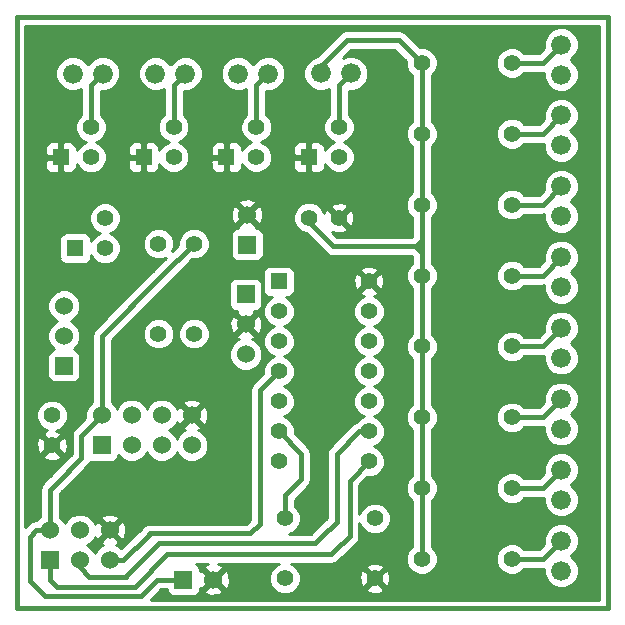
<source format=gbl>
G04 (created by PCBNEW-RS274X (2010-05-05 BZR 2356)-stable) date 14-11-2010 12:40:04*
G01*
G70*
G90*
%MOIN*%
G04 Gerber Fmt 3.4, Leading zero omitted, Abs format*
%FSLAX34Y34*%
G04 APERTURE LIST*
%ADD10C,0.006000*%
%ADD11C,0.015000*%
%ADD12R,0.060000X0.060000*%
%ADD13C,0.060000*%
%ADD14C,0.055000*%
%ADD15C,0.066000*%
%ADD16R,0.055000X0.055000*%
%ADD17C,0.016000*%
%ADD18C,0.010000*%
G04 APERTURE END LIST*
G54D10*
G54D11*
X10335Y-27756D02*
X30020Y-27756D01*
X10335Y-08071D02*
X10335Y-27756D01*
X30020Y-08071D02*
X10335Y-08071D01*
X30020Y-27756D02*
X30020Y-08071D01*
G54D12*
X17953Y-17307D03*
G54D13*
X17953Y-18307D03*
X17953Y-19307D03*
G54D14*
X22258Y-24776D03*
X22258Y-26776D03*
X19258Y-24776D03*
X19258Y-26776D03*
G54D15*
X17699Y-09944D03*
X18699Y-09944D03*
X20457Y-09943D03*
X21457Y-09943D03*
X14945Y-09944D03*
X15945Y-09944D03*
X12189Y-09945D03*
X13189Y-09945D03*
G54D12*
X15878Y-26811D03*
G54D13*
X16878Y-26811D03*
G54D15*
X28475Y-25515D03*
X28475Y-26515D03*
X28474Y-23151D03*
X28474Y-24151D03*
X28473Y-20791D03*
X28473Y-21791D03*
X28474Y-18428D03*
X28474Y-19428D03*
X28475Y-16064D03*
X28475Y-17064D03*
X28474Y-13705D03*
X28474Y-14705D03*
X28472Y-11341D03*
X28472Y-12341D03*
X28474Y-08980D03*
X28474Y-09980D03*
G54D14*
X20061Y-14752D03*
X21061Y-14752D03*
G54D16*
X17305Y-12732D03*
G54D14*
X18305Y-12732D03*
X18305Y-11732D03*
G54D16*
X11794Y-12733D03*
G54D14*
X12794Y-12733D03*
X12794Y-11733D03*
G54D16*
X14552Y-12731D03*
G54D14*
X15552Y-12731D03*
X15552Y-11731D03*
G54D16*
X20062Y-12731D03*
G54D14*
X21062Y-12731D03*
X21062Y-11731D03*
G54D16*
X12266Y-15766D03*
G54D14*
X13266Y-15766D03*
X13266Y-14766D03*
X16228Y-18617D03*
X16228Y-15617D03*
X23825Y-26130D03*
X26825Y-26130D03*
X15046Y-18616D03*
X15046Y-15616D03*
X23823Y-23766D03*
X26823Y-23766D03*
X23825Y-19042D03*
X26825Y-19042D03*
X23823Y-21406D03*
X26823Y-21406D03*
X23826Y-16681D03*
X26826Y-16681D03*
X23824Y-09594D03*
X26824Y-09594D03*
X23825Y-14318D03*
X26825Y-14318D03*
X23824Y-11955D03*
X26824Y-11955D03*
G54D12*
X13156Y-22341D03*
G54D13*
X13156Y-21341D03*
X14156Y-22341D03*
X14156Y-21341D03*
X15156Y-22341D03*
X15156Y-21341D03*
X16156Y-22341D03*
X16156Y-21341D03*
G54D12*
X11424Y-26170D03*
G54D13*
X11424Y-25170D03*
X12424Y-26170D03*
X12424Y-25170D03*
X13424Y-26170D03*
X13424Y-25170D03*
G54D12*
X11895Y-19691D03*
G54D13*
X11895Y-18691D03*
X11895Y-17691D03*
G54D16*
X19060Y-16875D03*
G54D14*
X19060Y-17875D03*
X19060Y-18875D03*
X19060Y-19875D03*
X19060Y-20875D03*
X19060Y-21875D03*
X19060Y-22875D03*
X22060Y-22875D03*
X22060Y-21875D03*
X22060Y-20875D03*
X22060Y-19875D03*
X22060Y-18875D03*
X22060Y-17875D03*
X22060Y-16875D03*
G54D12*
X18001Y-15645D03*
G54D13*
X18001Y-14645D03*
G54D14*
X11499Y-21339D03*
X11499Y-22339D03*
G54D17*
X18425Y-20510D02*
X19060Y-19875D01*
X18425Y-24961D02*
X18425Y-20510D01*
X18110Y-25276D02*
X18425Y-24961D01*
X14763Y-25276D02*
X18110Y-25276D01*
X14686Y-25353D02*
X14763Y-25276D01*
X14686Y-25354D02*
X13870Y-26170D01*
X13870Y-26170D02*
X13424Y-26170D01*
X14686Y-25354D02*
X14686Y-25353D01*
X27860Y-19042D02*
X28474Y-18428D01*
X26825Y-19042D02*
X27860Y-19042D01*
X27858Y-21406D02*
X28473Y-20791D01*
X26823Y-21406D02*
X27858Y-21406D01*
X15060Y-25610D02*
X20256Y-25610D01*
X20256Y-25610D02*
X20472Y-25394D01*
X22060Y-21875D02*
X21747Y-21875D01*
X20984Y-22638D02*
X20984Y-24882D01*
X21747Y-21875D02*
X20984Y-22638D01*
X12737Y-26713D02*
X13957Y-26713D01*
X13957Y-26713D02*
X13977Y-26693D01*
X13977Y-26693D02*
X15060Y-25610D01*
X20984Y-24882D02*
X20472Y-25394D01*
X12737Y-26713D02*
X12424Y-26400D01*
X12424Y-26400D02*
X12424Y-26170D01*
X26826Y-16681D02*
X27858Y-16681D01*
X27858Y-16681D02*
X28475Y-16064D01*
X26825Y-14318D02*
X27861Y-14318D01*
X27861Y-14318D02*
X28474Y-13705D01*
X26824Y-11955D02*
X27858Y-11955D01*
X27858Y-11955D02*
X28472Y-11341D01*
X26824Y-09594D02*
X27860Y-09594D01*
X27860Y-09594D02*
X28474Y-08980D01*
X26823Y-23766D02*
X27859Y-23766D01*
X27859Y-23766D02*
X28474Y-23151D01*
X26825Y-26130D02*
X27860Y-26130D01*
X27860Y-26130D02*
X28475Y-25515D01*
X12794Y-10340D02*
X13189Y-09945D01*
X12794Y-11733D02*
X12794Y-10340D01*
X15552Y-11731D02*
X15552Y-10337D01*
X15552Y-10337D02*
X15945Y-09944D01*
X18305Y-11732D02*
X18305Y-10338D01*
X18305Y-10338D02*
X18699Y-09944D01*
X21062Y-11731D02*
X21062Y-10338D01*
X21062Y-10338D02*
X21457Y-09943D01*
X19258Y-24776D02*
X19258Y-24009D01*
X19803Y-22618D02*
X19060Y-21875D01*
X19803Y-23464D02*
X19803Y-22618D01*
X19258Y-24009D02*
X19803Y-23464D01*
X15335Y-25964D02*
X20807Y-25964D01*
X20807Y-25964D02*
X20905Y-25866D01*
X21417Y-25354D02*
X21417Y-23518D01*
X11424Y-26818D02*
X11656Y-27050D01*
X11656Y-27050D02*
X14249Y-27050D01*
X14249Y-27050D02*
X15335Y-25964D01*
X20905Y-25866D02*
X21417Y-25354D01*
X11424Y-26170D02*
X11424Y-26818D01*
X21417Y-23518D02*
X22060Y-22875D01*
X11103Y-27205D02*
X11260Y-27362D01*
X15000Y-26811D02*
X15878Y-26811D01*
X14449Y-27362D02*
X15000Y-26811D01*
X11260Y-27362D02*
X14449Y-27362D01*
X10971Y-25170D02*
X11424Y-25170D01*
X10748Y-25393D02*
X10971Y-25170D01*
X10748Y-26850D02*
X10748Y-25393D01*
X11103Y-27205D02*
X10748Y-26850D01*
X23824Y-11955D02*
X23824Y-14317D01*
X23824Y-14317D02*
X23825Y-14318D01*
X23826Y-16681D02*
X23826Y-19041D01*
X23826Y-19041D02*
X23825Y-19042D01*
X23661Y-15709D02*
X23661Y-15748D01*
X23661Y-15748D02*
X23826Y-15913D01*
X23661Y-15709D02*
X23661Y-15670D01*
X23661Y-15670D02*
X23826Y-15505D01*
X20061Y-14752D02*
X20061Y-14904D01*
X20866Y-15709D02*
X23661Y-15709D01*
X23661Y-15709D02*
X23826Y-15709D01*
X20061Y-14904D02*
X20866Y-15709D01*
X23826Y-16681D02*
X23826Y-15913D01*
X23826Y-15913D02*
X23826Y-15709D01*
X23826Y-15709D02*
X23826Y-15505D01*
X23826Y-15505D02*
X23826Y-14319D01*
X23826Y-14319D02*
X23825Y-14318D01*
X23823Y-21406D02*
X23823Y-23766D01*
X23825Y-19042D02*
X23825Y-21404D01*
X23825Y-21404D02*
X23823Y-21406D01*
X23823Y-21406D02*
X23823Y-26128D01*
X23823Y-26128D02*
X23825Y-26130D01*
X23824Y-09594D02*
X23824Y-11955D01*
X23824Y-11955D02*
X23825Y-11956D01*
X20457Y-09943D02*
X20457Y-09701D01*
X23049Y-08819D02*
X23824Y-09594D01*
X21339Y-08819D02*
X23049Y-08819D01*
X20457Y-09701D02*
X21339Y-08819D01*
X15140Y-16705D02*
X15140Y-16710D01*
X15140Y-16710D02*
X13156Y-18694D01*
X11614Y-23622D02*
X11424Y-23812D01*
X12480Y-22756D02*
X12480Y-22017D01*
X11614Y-23622D02*
X12480Y-22756D01*
X11424Y-23812D02*
X11424Y-25170D01*
X13156Y-21341D02*
X12480Y-22017D01*
X13156Y-18694D02*
X13156Y-21341D01*
X16228Y-15617D02*
X15140Y-16705D01*
G54D18*
X10610Y-08346D02*
X29745Y-08346D01*
X10610Y-08426D02*
X28297Y-08426D01*
X28653Y-08426D02*
X29745Y-08426D01*
X10610Y-08506D02*
X21254Y-08506D01*
X23136Y-08506D02*
X28128Y-08506D01*
X28820Y-08506D02*
X29745Y-08506D01*
X10610Y-08586D02*
X21105Y-08586D01*
X23282Y-08586D02*
X28048Y-08586D01*
X28900Y-08586D02*
X29745Y-08586D01*
X10610Y-08666D02*
X21025Y-08666D01*
X23362Y-08666D02*
X27977Y-08666D01*
X28972Y-08666D02*
X29745Y-08666D01*
X10610Y-08746D02*
X20945Y-08746D01*
X23442Y-08746D02*
X27944Y-08746D01*
X29005Y-08746D02*
X29745Y-08746D01*
X10610Y-08826D02*
X20865Y-08826D01*
X23522Y-08826D02*
X27910Y-08826D01*
X29038Y-08826D02*
X29745Y-08826D01*
X10610Y-08906D02*
X20785Y-08906D01*
X23602Y-08906D02*
X27894Y-08906D01*
X29054Y-08906D02*
X29745Y-08906D01*
X10610Y-08986D02*
X20705Y-08986D01*
X23682Y-08986D02*
X27894Y-08986D01*
X29054Y-08986D02*
X29745Y-08986D01*
X10610Y-09066D02*
X20625Y-09066D01*
X23762Y-09066D02*
X27894Y-09066D01*
X29054Y-09066D02*
X29745Y-09066D01*
X10610Y-09146D02*
X20545Y-09146D01*
X24115Y-09146D02*
X26535Y-09146D01*
X27115Y-09146D02*
X27841Y-09146D01*
X29033Y-09146D02*
X29745Y-09146D01*
X10610Y-09226D02*
X20465Y-09226D01*
X21397Y-09226D02*
X22989Y-09226D01*
X24199Y-09226D02*
X26450Y-09226D01*
X27199Y-09226D02*
X27761Y-09226D01*
X28999Y-09226D02*
X29745Y-09226D01*
X10610Y-09306D02*
X20385Y-09306D01*
X21317Y-09306D02*
X23069Y-09306D01*
X24273Y-09306D02*
X26375Y-09306D01*
X28966Y-09306D02*
X29745Y-09306D01*
X10610Y-09386D02*
X12024Y-09386D01*
X12356Y-09386D02*
X13024Y-09386D01*
X13356Y-09386D02*
X14777Y-09386D01*
X15114Y-09386D02*
X15777Y-09386D01*
X16114Y-09386D02*
X17531Y-09386D01*
X17868Y-09386D02*
X18531Y-09386D01*
X18868Y-09386D02*
X20286Y-09386D01*
X21237Y-09386D02*
X21286Y-09386D01*
X21629Y-09386D02*
X23149Y-09386D01*
X24306Y-09386D02*
X26342Y-09386D01*
X28888Y-09386D02*
X29745Y-09386D01*
X10610Y-09466D02*
X11848Y-09466D01*
X12530Y-09466D02*
X12848Y-09466D01*
X13530Y-09466D02*
X14603Y-09466D01*
X15287Y-09466D02*
X15603Y-09466D01*
X16287Y-09466D02*
X17357Y-09466D01*
X18041Y-09466D02*
X18357Y-09466D01*
X19041Y-09466D02*
X20114Y-09466D01*
X21800Y-09466D02*
X23229Y-09466D01*
X24340Y-09466D02*
X26309Y-09466D01*
X28808Y-09466D02*
X29745Y-09466D01*
X10610Y-09546D02*
X11768Y-09546D01*
X12610Y-09546D02*
X12768Y-09546D01*
X13610Y-09546D02*
X14523Y-09546D01*
X15367Y-09546D02*
X15523Y-09546D01*
X16367Y-09546D02*
X17277Y-09546D01*
X18121Y-09546D02*
X18277Y-09546D01*
X19121Y-09546D02*
X20034Y-09546D01*
X21880Y-09546D02*
X23299Y-09546D01*
X24349Y-09546D02*
X26299Y-09546D01*
X28860Y-09546D02*
X29745Y-09546D01*
X10610Y-09626D02*
X11694Y-09626D01*
X12685Y-09626D02*
X12694Y-09626D01*
X13685Y-09626D02*
X14450Y-09626D01*
X15442Y-09626D02*
X15450Y-09626D01*
X16442Y-09626D02*
X17204Y-09626D01*
X18196Y-09626D02*
X18204Y-09626D01*
X19196Y-09626D02*
X19961Y-09626D01*
X21954Y-09626D02*
X23299Y-09626D01*
X24349Y-09626D02*
X26299Y-09626D01*
X28940Y-09626D02*
X29745Y-09626D01*
X10610Y-09706D02*
X11661Y-09706D01*
X13718Y-09706D02*
X14416Y-09706D01*
X16475Y-09706D02*
X17170Y-09706D01*
X19229Y-09706D02*
X19928Y-09706D01*
X21987Y-09706D02*
X23302Y-09706D01*
X24346Y-09706D02*
X26302Y-09706D01*
X28989Y-09706D02*
X29745Y-09706D01*
X10610Y-09786D02*
X11627Y-09786D01*
X13751Y-09786D02*
X14383Y-09786D01*
X16508Y-09786D02*
X17137Y-09786D01*
X19262Y-09786D02*
X19895Y-09786D01*
X22020Y-09786D02*
X23335Y-09786D01*
X24312Y-09786D02*
X26335Y-09786D01*
X29022Y-09786D02*
X29745Y-09786D01*
X10610Y-09866D02*
X11609Y-09866D01*
X13769Y-09866D02*
X14365Y-09866D01*
X16525Y-09866D02*
X17119Y-09866D01*
X19279Y-09866D02*
X19877Y-09866D01*
X22037Y-09866D02*
X23368Y-09866D01*
X24279Y-09866D02*
X26368Y-09866D01*
X29054Y-09866D02*
X29745Y-09866D01*
X10610Y-09946D02*
X11609Y-09946D01*
X13769Y-09946D02*
X14365Y-09946D01*
X16525Y-09946D02*
X17119Y-09946D01*
X19279Y-09946D02*
X19877Y-09946D01*
X22037Y-09946D02*
X23434Y-09946D01*
X24214Y-09946D02*
X26433Y-09946D01*
X27214Y-09946D02*
X27894Y-09946D01*
X29054Y-09946D02*
X29745Y-09946D01*
X10610Y-10026D02*
X11609Y-10026D01*
X13769Y-10026D02*
X14365Y-10026D01*
X16525Y-10026D02*
X17119Y-10026D01*
X19279Y-10026D02*
X19877Y-10026D01*
X22037Y-10026D02*
X23494Y-10026D01*
X24154Y-10026D02*
X26513Y-10026D01*
X27134Y-10026D02*
X27894Y-10026D01*
X29054Y-10026D02*
X29745Y-10026D01*
X10610Y-10106D02*
X11628Y-10106D01*
X13750Y-10106D02*
X14384Y-10106D01*
X16505Y-10106D02*
X17138Y-10106D01*
X19259Y-10106D02*
X19896Y-10106D01*
X22017Y-10106D02*
X23494Y-10106D01*
X24154Y-10106D02*
X26687Y-10106D01*
X26959Y-10106D02*
X27898Y-10106D01*
X29049Y-10106D02*
X29745Y-10106D01*
X10610Y-10186D02*
X11661Y-10186D01*
X13716Y-10186D02*
X14417Y-10186D01*
X16472Y-10186D02*
X17171Y-10186D01*
X19226Y-10186D02*
X19929Y-10186D01*
X21983Y-10186D02*
X23494Y-10186D01*
X24154Y-10186D02*
X27931Y-10186D01*
X29016Y-10186D02*
X29745Y-10186D01*
X10610Y-10266D02*
X11694Y-10266D01*
X13683Y-10266D02*
X14450Y-10266D01*
X16438Y-10266D02*
X17204Y-10266D01*
X19192Y-10266D02*
X19962Y-10266D01*
X21950Y-10266D02*
X23494Y-10266D01*
X24154Y-10266D02*
X27964Y-10266D01*
X28982Y-10266D02*
X29745Y-10266D01*
X10610Y-10346D02*
X11770Y-10346D01*
X13608Y-10346D02*
X14527Y-10346D01*
X16363Y-10346D02*
X17281Y-10346D01*
X19117Y-10346D02*
X20040Y-10346D01*
X21874Y-10346D02*
X23494Y-10346D01*
X24154Y-10346D02*
X28020Y-10346D01*
X28928Y-10346D02*
X29745Y-10346D01*
X10610Y-10426D02*
X11850Y-10426D01*
X13528Y-10426D02*
X14607Y-10426D01*
X16283Y-10426D02*
X17361Y-10426D01*
X19037Y-10426D02*
X20120Y-10426D01*
X21794Y-10426D02*
X23494Y-10426D01*
X24154Y-10426D02*
X28100Y-10426D01*
X28848Y-10426D02*
X29745Y-10426D01*
X10610Y-10506D02*
X12027Y-10506D01*
X12349Y-10506D02*
X12464Y-10506D01*
X13349Y-10506D02*
X14785Y-10506D01*
X15103Y-10506D02*
X15222Y-10506D01*
X16103Y-10506D02*
X17539Y-10506D01*
X17857Y-10506D02*
X17975Y-10506D01*
X18857Y-10506D02*
X20300Y-10506D01*
X20612Y-10506D02*
X20732Y-10506D01*
X21613Y-10506D02*
X23494Y-10506D01*
X24154Y-10506D02*
X28228Y-10506D01*
X28719Y-10506D02*
X29745Y-10506D01*
X10610Y-10586D02*
X12464Y-10586D01*
X13124Y-10586D02*
X15222Y-10586D01*
X15882Y-10586D02*
X17975Y-10586D01*
X18635Y-10586D02*
X20732Y-10586D01*
X21392Y-10586D02*
X23494Y-10586D01*
X24154Y-10586D02*
X29745Y-10586D01*
X10610Y-10666D02*
X12464Y-10666D01*
X13124Y-10666D02*
X15222Y-10666D01*
X15882Y-10666D02*
X17975Y-10666D01*
X18635Y-10666D02*
X20732Y-10666D01*
X21392Y-10666D02*
X23494Y-10666D01*
X24154Y-10666D02*
X29745Y-10666D01*
X10610Y-10746D02*
X12464Y-10746D01*
X13124Y-10746D02*
X15222Y-10746D01*
X15882Y-10746D02*
X17975Y-10746D01*
X18635Y-10746D02*
X20732Y-10746D01*
X21392Y-10746D02*
X23494Y-10746D01*
X24154Y-10746D02*
X29745Y-10746D01*
X10610Y-10826D02*
X12464Y-10826D01*
X13124Y-10826D02*
X15222Y-10826D01*
X15882Y-10826D02*
X17975Y-10826D01*
X18635Y-10826D02*
X20732Y-10826D01*
X21392Y-10826D02*
X23494Y-10826D01*
X24154Y-10826D02*
X28200Y-10826D01*
X28744Y-10826D02*
X29745Y-10826D01*
X10610Y-10906D02*
X12464Y-10906D01*
X13124Y-10906D02*
X15222Y-10906D01*
X15882Y-10906D02*
X17975Y-10906D01*
X18635Y-10906D02*
X20732Y-10906D01*
X21392Y-10906D02*
X23494Y-10906D01*
X24154Y-10906D02*
X28087Y-10906D01*
X28857Y-10906D02*
X29745Y-10906D01*
X10610Y-10986D02*
X12464Y-10986D01*
X13124Y-10986D02*
X15222Y-10986D01*
X15882Y-10986D02*
X17975Y-10986D01*
X18635Y-10986D02*
X20732Y-10986D01*
X21392Y-10986D02*
X23494Y-10986D01*
X24154Y-10986D02*
X28007Y-10986D01*
X28937Y-10986D02*
X29745Y-10986D01*
X10610Y-11066D02*
X12464Y-11066D01*
X13124Y-11066D02*
X15222Y-11066D01*
X15882Y-11066D02*
X17975Y-11066D01*
X18635Y-11066D02*
X20732Y-11066D01*
X21392Y-11066D02*
X23494Y-11066D01*
X24154Y-11066D02*
X27959Y-11066D01*
X28986Y-11066D02*
X29745Y-11066D01*
X10610Y-11146D02*
X12464Y-11146D01*
X13124Y-11146D02*
X15222Y-11146D01*
X15882Y-11146D02*
X17975Y-11146D01*
X18635Y-11146D02*
X20732Y-11146D01*
X21392Y-11146D02*
X23494Y-11146D01*
X24154Y-11146D02*
X27926Y-11146D01*
X29019Y-11146D02*
X29745Y-11146D01*
X10610Y-11226D02*
X12464Y-11226D01*
X13124Y-11226D02*
X15222Y-11226D01*
X15882Y-11226D02*
X17975Y-11226D01*
X18635Y-11226D02*
X20732Y-11226D01*
X21392Y-11226D02*
X23494Y-11226D01*
X24154Y-11226D02*
X27892Y-11226D01*
X29052Y-11226D02*
X29745Y-11226D01*
X10610Y-11306D02*
X12464Y-11306D01*
X13124Y-11306D02*
X15222Y-11306D01*
X15882Y-11306D02*
X17975Y-11306D01*
X18635Y-11306D02*
X20732Y-11306D01*
X21392Y-11306D02*
X23494Y-11306D01*
X24154Y-11306D02*
X27892Y-11306D01*
X29052Y-11306D02*
X29745Y-11306D01*
X10610Y-11386D02*
X12398Y-11386D01*
X13190Y-11386D02*
X15154Y-11386D01*
X15950Y-11386D02*
X17908Y-11386D01*
X18702Y-11386D02*
X20664Y-11386D01*
X21460Y-11386D02*
X23494Y-11386D01*
X24154Y-11386D02*
X27892Y-11386D01*
X29052Y-11386D02*
X29745Y-11386D01*
X10610Y-11466D02*
X12337Y-11466D01*
X13252Y-11466D02*
X15094Y-11466D01*
X16011Y-11466D02*
X17847Y-11466D01*
X18763Y-11466D02*
X20604Y-11466D01*
X21521Y-11466D02*
X23494Y-11466D01*
X24154Y-11466D02*
X26634Y-11466D01*
X27016Y-11466D02*
X27880Y-11466D01*
X29048Y-11466D02*
X29745Y-11466D01*
X10610Y-11546D02*
X12303Y-11546D01*
X13285Y-11546D02*
X15061Y-11546D01*
X16044Y-11546D02*
X17814Y-11546D01*
X18797Y-11546D02*
X20571Y-11546D01*
X21554Y-11546D02*
X23490Y-11546D01*
X24158Y-11546D02*
X26491Y-11546D01*
X27158Y-11546D02*
X27800Y-11546D01*
X29014Y-11546D02*
X29745Y-11546D01*
X10610Y-11626D02*
X12270Y-11626D01*
X13318Y-11626D02*
X15027Y-11626D01*
X16077Y-11626D02*
X17781Y-11626D01*
X18830Y-11626D02*
X20537Y-11626D01*
X21587Y-11626D02*
X23410Y-11626D01*
X24238Y-11626D02*
X26411Y-11626D01*
X28981Y-11626D02*
X29745Y-11626D01*
X10610Y-11706D02*
X12269Y-11706D01*
X13319Y-11706D02*
X15027Y-11706D01*
X16077Y-11706D02*
X17780Y-11706D01*
X18830Y-11706D02*
X20537Y-11706D01*
X21587Y-11706D02*
X23359Y-11706D01*
X24289Y-11706D02*
X26359Y-11706D01*
X28927Y-11706D02*
X29745Y-11706D01*
X10610Y-11786D02*
X12269Y-11786D01*
X13319Y-11786D02*
X15027Y-11786D01*
X16077Y-11786D02*
X17780Y-11786D01*
X18830Y-11786D02*
X20537Y-11786D01*
X21587Y-11786D02*
X23326Y-11786D01*
X24323Y-11786D02*
X26326Y-11786D01*
X28847Y-11786D02*
X29745Y-11786D01*
X10610Y-11866D02*
X12281Y-11866D01*
X13307Y-11866D02*
X15039Y-11866D01*
X16064Y-11866D02*
X17792Y-11866D01*
X18817Y-11866D02*
X20549Y-11866D01*
X21574Y-11866D02*
X23299Y-11866D01*
X24349Y-11866D02*
X26299Y-11866D01*
X28817Y-11866D02*
X29745Y-11866D01*
X10610Y-11946D02*
X12314Y-11946D01*
X13274Y-11946D02*
X15073Y-11946D01*
X16031Y-11946D02*
X17825Y-11946D01*
X18784Y-11946D02*
X20583Y-11946D01*
X21541Y-11946D02*
X23299Y-11946D01*
X24349Y-11946D02*
X26299Y-11946D01*
X28897Y-11946D02*
X29745Y-11946D01*
X10610Y-12026D02*
X12347Y-12026D01*
X13241Y-12026D02*
X15106Y-12026D01*
X15998Y-12026D02*
X17858Y-12026D01*
X18751Y-12026D02*
X20616Y-12026D01*
X21508Y-12026D02*
X23299Y-12026D01*
X24349Y-12026D02*
X26299Y-12026D01*
X28970Y-12026D02*
X29745Y-12026D01*
X10610Y-12106D02*
X12424Y-12106D01*
X13163Y-12106D02*
X15184Y-12106D01*
X15919Y-12106D02*
X17936Y-12106D01*
X18673Y-12106D02*
X20694Y-12106D01*
X21429Y-12106D02*
X23318Y-12106D01*
X24329Y-12106D02*
X26318Y-12106D01*
X29003Y-12106D02*
X29745Y-12106D01*
X10610Y-12186D02*
X12515Y-12186D01*
X13071Y-12186D02*
X15278Y-12186D01*
X15824Y-12186D02*
X18028Y-12186D01*
X18579Y-12186D02*
X20788Y-12186D01*
X21334Y-12186D02*
X23351Y-12186D01*
X24296Y-12186D02*
X26351Y-12186D01*
X29036Y-12186D02*
X29745Y-12186D01*
X10610Y-12266D02*
X11359Y-12266D01*
X11740Y-12266D02*
X11848Y-12266D01*
X12229Y-12266D02*
X12550Y-12266D01*
X13040Y-12266D02*
X14115Y-12266D01*
X14500Y-12266D02*
X14604Y-12266D01*
X14989Y-12266D02*
X15303Y-12266D01*
X15803Y-12266D02*
X16869Y-12266D01*
X17252Y-12266D02*
X17358Y-12266D01*
X17741Y-12266D02*
X18059Y-12266D01*
X18553Y-12266D02*
X19625Y-12266D01*
X20010Y-12266D02*
X20114Y-12266D01*
X20499Y-12266D02*
X20813Y-12266D01*
X21313Y-12266D02*
X23393Y-12266D01*
X24255Y-12266D02*
X26392Y-12266D01*
X29052Y-12266D02*
X29745Y-12266D01*
X10610Y-12346D02*
X11296Y-12346D01*
X11744Y-12346D02*
X11844Y-12346D01*
X12293Y-12346D02*
X12439Y-12346D01*
X13150Y-12346D02*
X14054Y-12346D01*
X14502Y-12346D02*
X14602Y-12346D01*
X15051Y-12346D02*
X15195Y-12346D01*
X15910Y-12346D02*
X16807Y-12346D01*
X17255Y-12346D02*
X17355Y-12346D01*
X17804Y-12346D02*
X17949Y-12346D01*
X18662Y-12346D02*
X19564Y-12346D01*
X20012Y-12346D02*
X20112Y-12346D01*
X20561Y-12346D02*
X20705Y-12346D01*
X21420Y-12346D02*
X23473Y-12346D01*
X24175Y-12346D02*
X26472Y-12346D01*
X27174Y-12346D02*
X27892Y-12346D01*
X29052Y-12346D02*
X29745Y-12346D01*
X10610Y-12426D02*
X11270Y-12426D01*
X11744Y-12426D02*
X11844Y-12426D01*
X12318Y-12426D02*
X12359Y-12426D01*
X13230Y-12426D02*
X14028Y-12426D01*
X14502Y-12426D02*
X14602Y-12426D01*
X15076Y-12426D02*
X15115Y-12426D01*
X15990Y-12426D02*
X16781Y-12426D01*
X17255Y-12426D02*
X17355Y-12426D01*
X17829Y-12426D02*
X17869Y-12426D01*
X18742Y-12426D02*
X19538Y-12426D01*
X20012Y-12426D02*
X20112Y-12426D01*
X20586Y-12426D02*
X20625Y-12426D01*
X21500Y-12426D02*
X23494Y-12426D01*
X24154Y-12426D02*
X26588Y-12426D01*
X27058Y-12426D02*
X27892Y-12426D01*
X29052Y-12426D02*
X29745Y-12426D01*
X10610Y-12506D02*
X11270Y-12506D01*
X11744Y-12506D02*
X11844Y-12506D01*
X12318Y-12506D02*
X12320Y-12506D01*
X13269Y-12506D02*
X14028Y-12506D01*
X14502Y-12506D02*
X14602Y-12506D01*
X15076Y-12506D02*
X15077Y-12506D01*
X16027Y-12506D02*
X16781Y-12506D01*
X17255Y-12506D02*
X17355Y-12506D01*
X17829Y-12506D02*
X17830Y-12506D01*
X18780Y-12506D02*
X19538Y-12506D01*
X20012Y-12506D02*
X20112Y-12506D01*
X20586Y-12506D02*
X20587Y-12506D01*
X21537Y-12506D02*
X23494Y-12506D01*
X24154Y-12506D02*
X27912Y-12506D01*
X29031Y-12506D02*
X29745Y-12506D01*
X10610Y-12586D02*
X11270Y-12586D01*
X11744Y-12586D02*
X11844Y-12586D01*
X13302Y-12586D02*
X14028Y-12586D01*
X14502Y-12586D02*
X14602Y-12586D01*
X16061Y-12586D02*
X16781Y-12586D01*
X17255Y-12586D02*
X17355Y-12586D01*
X18813Y-12586D02*
X19538Y-12586D01*
X20012Y-12586D02*
X20112Y-12586D01*
X21571Y-12586D02*
X23494Y-12586D01*
X24154Y-12586D02*
X27945Y-12586D01*
X28998Y-12586D02*
X29745Y-12586D01*
X10610Y-12666D02*
X11314Y-12666D01*
X11744Y-12666D02*
X11844Y-12666D01*
X13319Y-12666D02*
X14074Y-12666D01*
X14502Y-12666D02*
X14602Y-12666D01*
X16077Y-12666D02*
X16826Y-12666D01*
X17255Y-12666D02*
X17355Y-12666D01*
X18830Y-12666D02*
X19584Y-12666D01*
X20012Y-12666D02*
X20112Y-12666D01*
X21587Y-12666D02*
X23494Y-12666D01*
X24154Y-12666D02*
X27978Y-12666D01*
X28964Y-12666D02*
X29745Y-12666D01*
X10610Y-12746D02*
X11844Y-12746D01*
X13319Y-12746D02*
X14602Y-12746D01*
X16077Y-12746D02*
X17355Y-12746D01*
X18830Y-12746D02*
X20112Y-12746D01*
X21587Y-12746D02*
X23494Y-12746D01*
X24154Y-12746D02*
X28057Y-12746D01*
X28887Y-12746D02*
X29745Y-12746D01*
X10610Y-12826D02*
X11288Y-12826D01*
X11744Y-12826D02*
X11844Y-12826D01*
X13319Y-12826D02*
X14044Y-12826D01*
X14502Y-12826D02*
X14602Y-12826D01*
X16077Y-12826D02*
X16798Y-12826D01*
X17255Y-12826D02*
X17355Y-12826D01*
X18830Y-12826D02*
X19554Y-12826D01*
X20012Y-12826D02*
X20112Y-12826D01*
X21587Y-12826D02*
X23494Y-12826D01*
X24154Y-12826D02*
X28137Y-12826D01*
X28807Y-12826D02*
X29745Y-12826D01*
X10610Y-12906D02*
X11269Y-12906D01*
X11744Y-12906D02*
X11844Y-12906D01*
X13290Y-12906D02*
X14027Y-12906D01*
X14502Y-12906D02*
X14602Y-12906D01*
X16047Y-12906D02*
X16780Y-12906D01*
X17255Y-12906D02*
X17355Y-12906D01*
X18801Y-12906D02*
X19537Y-12906D01*
X20012Y-12906D02*
X20112Y-12906D01*
X21557Y-12906D02*
X23494Y-12906D01*
X24154Y-12906D02*
X28320Y-12906D01*
X28623Y-12906D02*
X29745Y-12906D01*
X10610Y-12986D02*
X11270Y-12986D01*
X11744Y-12986D02*
X11844Y-12986D01*
X12318Y-12986D02*
X12330Y-12986D01*
X13257Y-12986D02*
X14028Y-12986D01*
X14502Y-12986D02*
X14602Y-12986D01*
X15076Y-12986D02*
X15089Y-12986D01*
X16014Y-12986D02*
X16781Y-12986D01*
X17255Y-12986D02*
X17355Y-12986D01*
X17829Y-12986D02*
X17842Y-12986D01*
X18768Y-12986D02*
X19538Y-12986D01*
X20012Y-12986D02*
X20112Y-12986D01*
X20586Y-12986D02*
X20599Y-12986D01*
X21524Y-12986D02*
X23494Y-12986D01*
X24154Y-12986D02*
X29745Y-12986D01*
X10610Y-13066D02*
X11273Y-13066D01*
X11744Y-13066D02*
X11844Y-13066D01*
X12314Y-13066D02*
X12384Y-13066D01*
X13203Y-13066D02*
X14032Y-13066D01*
X14502Y-13066D02*
X14602Y-13066D01*
X15071Y-13066D02*
X15144Y-13066D01*
X15959Y-13066D02*
X16784Y-13066D01*
X17255Y-13066D02*
X17355Y-13066D01*
X17825Y-13066D02*
X17896Y-13066D01*
X18713Y-13066D02*
X19542Y-13066D01*
X20012Y-13066D02*
X20112Y-13066D01*
X20581Y-13066D02*
X20654Y-13066D01*
X21469Y-13066D02*
X23494Y-13066D01*
X24154Y-13066D02*
X29745Y-13066D01*
X10610Y-13146D02*
X11306Y-13146D01*
X11744Y-13146D02*
X11844Y-13146D01*
X12281Y-13146D02*
X12464Y-13146D01*
X13123Y-13146D02*
X14065Y-13146D01*
X14502Y-13146D02*
X14602Y-13146D01*
X15038Y-13146D02*
X15224Y-13146D01*
X15879Y-13146D02*
X16818Y-13146D01*
X17255Y-13146D02*
X17355Y-13146D01*
X17791Y-13146D02*
X17976Y-13146D01*
X18633Y-13146D02*
X19575Y-13146D01*
X20012Y-13146D02*
X20112Y-13146D01*
X20548Y-13146D02*
X20734Y-13146D01*
X21389Y-13146D02*
X23494Y-13146D01*
X24154Y-13146D02*
X28308Y-13146D01*
X28641Y-13146D02*
X29745Y-13146D01*
X10610Y-13226D02*
X11394Y-13226D01*
X11714Y-13226D02*
X11874Y-13226D01*
X12193Y-13226D02*
X12611Y-13226D01*
X12975Y-13226D02*
X14157Y-13226D01*
X14470Y-13226D02*
X14634Y-13226D01*
X14946Y-13226D02*
X15374Y-13226D01*
X15728Y-13226D02*
X16908Y-13226D01*
X17224Y-13226D02*
X17386Y-13226D01*
X17701Y-13226D02*
X18125Y-13226D01*
X18483Y-13226D02*
X19667Y-13226D01*
X19980Y-13226D02*
X20144Y-13226D01*
X20456Y-13226D02*
X20884Y-13226D01*
X21238Y-13226D02*
X23494Y-13226D01*
X24154Y-13226D02*
X28133Y-13226D01*
X28815Y-13226D02*
X29745Y-13226D01*
X10610Y-13306D02*
X23494Y-13306D01*
X24154Y-13306D02*
X28053Y-13306D01*
X28895Y-13306D02*
X29745Y-13306D01*
X10610Y-13386D02*
X23494Y-13386D01*
X24154Y-13386D02*
X27979Y-13386D01*
X28970Y-13386D02*
X29745Y-13386D01*
X10610Y-13466D02*
X23494Y-13466D01*
X24154Y-13466D02*
X27946Y-13466D01*
X29003Y-13466D02*
X29745Y-13466D01*
X10610Y-13546D02*
X23494Y-13546D01*
X24154Y-13546D02*
X27912Y-13546D01*
X29036Y-13546D02*
X29745Y-13546D01*
X10610Y-13626D02*
X23494Y-13626D01*
X24154Y-13626D02*
X27894Y-13626D01*
X29054Y-13626D02*
X29745Y-13626D01*
X10610Y-13706D02*
X23494Y-13706D01*
X24154Y-13706D02*
X27894Y-13706D01*
X29054Y-13706D02*
X29745Y-13706D01*
X10610Y-13786D02*
X23494Y-13786D01*
X24154Y-13786D02*
X27894Y-13786D01*
X29054Y-13786D02*
X29745Y-13786D01*
X10610Y-13866D02*
X23494Y-13866D01*
X24154Y-13866D02*
X26545Y-13866D01*
X27107Y-13866D02*
X27846Y-13866D01*
X29035Y-13866D02*
X29745Y-13866D01*
X10610Y-13946D02*
X23454Y-13946D01*
X24196Y-13946D02*
X26455Y-13946D01*
X27196Y-13946D02*
X27766Y-13946D01*
X29001Y-13946D02*
X29745Y-13946D01*
X10610Y-14026D02*
X23378Y-14026D01*
X24273Y-14026D02*
X26378Y-14026D01*
X28968Y-14026D02*
X29745Y-14026D01*
X10610Y-14106D02*
X18003Y-14106D01*
X18092Y-14106D02*
X23345Y-14106D01*
X24306Y-14106D02*
X26345Y-14106D01*
X28893Y-14106D02*
X29745Y-14106D01*
X10610Y-14186D02*
X17717Y-14186D01*
X18286Y-14186D02*
X23312Y-14186D01*
X24339Y-14186D02*
X26312Y-14186D01*
X28813Y-14186D02*
X29745Y-14186D01*
X10610Y-14266D02*
X13102Y-14266D01*
X13432Y-14266D02*
X17694Y-14266D01*
X18309Y-14266D02*
X19862Y-14266D01*
X20261Y-14266D02*
X20878Y-14266D01*
X21231Y-14266D02*
X23300Y-14266D01*
X24350Y-14266D02*
X26300Y-14266D01*
X28855Y-14266D02*
X29745Y-14266D01*
X10610Y-14346D02*
X12944Y-14346D01*
X13589Y-14346D02*
X17592Y-14346D01*
X17632Y-14346D02*
X17772Y-14346D01*
X18229Y-14346D02*
X18370Y-14346D01*
X18411Y-14346D02*
X19725Y-14346D01*
X20398Y-14346D02*
X20783Y-14346D01*
X21340Y-14346D02*
X23300Y-14346D01*
X24350Y-14346D02*
X26300Y-14346D01*
X28935Y-14346D02*
X29745Y-14346D01*
X10610Y-14426D02*
X12864Y-14426D01*
X13669Y-14426D02*
X17508Y-14426D01*
X17712Y-14426D02*
X17852Y-14426D01*
X18149Y-14426D02*
X18290Y-14426D01*
X18499Y-14426D02*
X19645Y-14426D01*
X20478Y-14426D02*
X20806Y-14426D01*
X21316Y-14426D02*
X23301Y-14426D01*
X24348Y-14426D02*
X26301Y-14426D01*
X28987Y-14426D02*
X29745Y-14426D01*
X10610Y-14506D02*
X12806Y-14506D01*
X13727Y-14506D02*
X17480Y-14506D01*
X17792Y-14506D02*
X17932Y-14506D01*
X18069Y-14506D02*
X18210Y-14506D01*
X18531Y-14506D02*
X19595Y-14506D01*
X20528Y-14506D02*
X20602Y-14506D01*
X20744Y-14506D02*
X20886Y-14506D01*
X21236Y-14506D02*
X21378Y-14506D01*
X21522Y-14506D02*
X23334Y-14506D01*
X24315Y-14506D02*
X26334Y-14506D01*
X29020Y-14506D02*
X29745Y-14506D01*
X10610Y-14586D02*
X12773Y-14586D01*
X13760Y-14586D02*
X17459Y-14586D01*
X17872Y-14586D02*
X18131Y-14586D01*
X18537Y-14586D02*
X19562Y-14586D01*
X20560Y-14586D02*
X20574Y-14586D01*
X20824Y-14586D02*
X20966Y-14586D01*
X21156Y-14586D02*
X21298Y-14586D01*
X21555Y-14586D02*
X23367Y-14586D01*
X24282Y-14586D02*
X26367Y-14586D01*
X29053Y-14586D02*
X29745Y-14586D01*
X10610Y-14666D02*
X12741Y-14666D01*
X13791Y-14666D02*
X17463Y-14666D01*
X17909Y-14666D02*
X18093Y-14666D01*
X18542Y-14666D02*
X19536Y-14666D01*
X20904Y-14666D02*
X21046Y-14666D01*
X21076Y-14666D02*
X21218Y-14666D01*
X21572Y-14666D02*
X23431Y-14666D01*
X24219Y-14666D02*
X26430Y-14666D01*
X27219Y-14666D02*
X27894Y-14666D01*
X29054Y-14666D02*
X29745Y-14666D01*
X10610Y-14746D02*
X12741Y-14746D01*
X13791Y-14746D02*
X17467Y-14746D01*
X17829Y-14746D02*
X17971Y-14746D01*
X18032Y-14746D02*
X18173Y-14746D01*
X18536Y-14746D02*
X19536Y-14746D01*
X20984Y-14746D02*
X21138Y-14746D01*
X21576Y-14746D02*
X23496Y-14746D01*
X24156Y-14746D02*
X26510Y-14746D01*
X27139Y-14746D02*
X27894Y-14746D01*
X29054Y-14746D02*
X29745Y-14746D01*
X10610Y-14826D02*
X12741Y-14826D01*
X13791Y-14826D02*
X17488Y-14826D01*
X17749Y-14826D02*
X17891Y-14826D01*
X18112Y-14826D02*
X18252Y-14826D01*
X18508Y-14826D02*
X19536Y-14826D01*
X21064Y-14826D02*
X21206Y-14826D01*
X21580Y-14826D02*
X23496Y-14826D01*
X24156Y-14826D02*
X26678Y-14826D01*
X26970Y-14826D02*
X27896Y-14826D01*
X29051Y-14826D02*
X29745Y-14826D01*
X10610Y-14906D02*
X12755Y-14906D01*
X13776Y-14906D02*
X17520Y-14906D01*
X17669Y-14906D02*
X17811Y-14906D01*
X18192Y-14906D02*
X18332Y-14906D01*
X18480Y-14906D02*
X19556Y-14906D01*
X21144Y-14906D02*
X21286Y-14906D01*
X21552Y-14906D02*
X23496Y-14906D01*
X24156Y-14906D02*
X27929Y-14906D01*
X29018Y-14906D02*
X29745Y-14906D01*
X10610Y-14986D02*
X12789Y-14986D01*
X13743Y-14986D02*
X17731Y-14986D01*
X18272Y-14986D02*
X19589Y-14986D01*
X21224Y-14986D02*
X21366Y-14986D01*
X21524Y-14986D02*
X23496Y-14986D01*
X24156Y-14986D02*
X27962Y-14986D01*
X28985Y-14986D02*
X29745Y-14986D01*
X10610Y-15066D02*
X12823Y-15066D01*
X13708Y-15066D02*
X17704Y-15066D01*
X18296Y-15066D02*
X19632Y-15066D01*
X21304Y-15066D02*
X23496Y-15066D01*
X24156Y-15066D02*
X28015Y-15066D01*
X28933Y-15066D02*
X29745Y-15066D01*
X10610Y-15146D02*
X12903Y-15146D01*
X13628Y-15146D02*
X14810Y-15146D01*
X15284Y-15146D02*
X15994Y-15146D01*
X16464Y-15146D02*
X17548Y-15146D01*
X18454Y-15146D02*
X19712Y-15146D01*
X21342Y-15146D02*
X23496Y-15146D01*
X24156Y-15146D02*
X28095Y-15146D01*
X28853Y-15146D02*
X29745Y-15146D01*
X10610Y-15226D02*
X13004Y-15226D01*
X13526Y-15226D02*
X14694Y-15226D01*
X15399Y-15226D02*
X15877Y-15226D01*
X16580Y-15226D02*
X17481Y-15226D01*
X18522Y-15226D02*
X19832Y-15226D01*
X20850Y-15226D02*
X20859Y-15226D01*
X21274Y-15226D02*
X23496Y-15226D01*
X24156Y-15226D02*
X28216Y-15226D01*
X28731Y-15226D02*
X29745Y-15226D01*
X10610Y-15306D02*
X11824Y-15306D01*
X12709Y-15306D02*
X13005Y-15306D01*
X13529Y-15306D02*
X14614Y-15306D01*
X15479Y-15306D02*
X15797Y-15306D01*
X16660Y-15306D02*
X17452Y-15306D01*
X18550Y-15306D02*
X19996Y-15306D01*
X20930Y-15306D02*
X23496Y-15306D01*
X24156Y-15306D02*
X29745Y-15306D01*
X10610Y-15386D02*
X11765Y-15386D01*
X12767Y-15386D02*
X12904Y-15386D01*
X13629Y-15386D02*
X14573Y-15386D01*
X15519Y-15386D02*
X15756Y-15386D01*
X16701Y-15386D02*
X17452Y-15386D01*
X18550Y-15386D02*
X20076Y-15386D01*
X24156Y-15386D02*
X29745Y-15386D01*
X10610Y-15466D02*
X11742Y-15466D01*
X12790Y-15466D02*
X12824Y-15466D01*
X13709Y-15466D02*
X14540Y-15466D01*
X15552Y-15466D02*
X15723Y-15466D01*
X16734Y-15466D02*
X17452Y-15466D01*
X18550Y-15466D02*
X20156Y-15466D01*
X24156Y-15466D02*
X29745Y-15466D01*
X10610Y-15546D02*
X11742Y-15546D01*
X13743Y-15546D02*
X14521Y-15546D01*
X15571Y-15546D02*
X15703Y-15546D01*
X16753Y-15546D02*
X17452Y-15546D01*
X18550Y-15546D02*
X20236Y-15546D01*
X24156Y-15546D02*
X28210Y-15546D01*
X28740Y-15546D02*
X29745Y-15546D01*
X10610Y-15626D02*
X11742Y-15626D01*
X13777Y-15626D02*
X14521Y-15626D01*
X15571Y-15626D02*
X15703Y-15626D01*
X16753Y-15626D02*
X17452Y-15626D01*
X18550Y-15626D02*
X20316Y-15626D01*
X24156Y-15626D02*
X28093Y-15626D01*
X28857Y-15626D02*
X29745Y-15626D01*
X10610Y-15706D02*
X11742Y-15706D01*
X13791Y-15706D02*
X14521Y-15706D01*
X15571Y-15706D02*
X15672Y-15706D01*
X16753Y-15706D02*
X17452Y-15706D01*
X18550Y-15706D02*
X20396Y-15706D01*
X24156Y-15706D02*
X28013Y-15706D01*
X28937Y-15706D02*
X29745Y-15706D01*
X10610Y-15786D02*
X11742Y-15786D01*
X13791Y-15786D02*
X14548Y-15786D01*
X15543Y-15786D02*
X15592Y-15786D01*
X16726Y-15786D02*
X17452Y-15786D01*
X18550Y-15786D02*
X20476Y-15786D01*
X24156Y-15786D02*
X27963Y-15786D01*
X28988Y-15786D02*
X29745Y-15786D01*
X10610Y-15866D02*
X11742Y-15866D01*
X13791Y-15866D02*
X14581Y-15866D01*
X15509Y-15866D02*
X15512Y-15866D01*
X16693Y-15866D02*
X17452Y-15866D01*
X18550Y-15866D02*
X20556Y-15866D01*
X24156Y-15866D02*
X27930Y-15866D01*
X29021Y-15866D02*
X29745Y-15866D01*
X10610Y-15946D02*
X11742Y-15946D01*
X13759Y-15946D02*
X14633Y-15946D01*
X16641Y-15946D02*
X17452Y-15946D01*
X18550Y-15946D02*
X20638Y-15946D01*
X24156Y-15946D02*
X27896Y-15946D01*
X29054Y-15946D02*
X29745Y-15946D01*
X10610Y-16026D02*
X11742Y-16026D01*
X12790Y-16026D02*
X12805Y-16026D01*
X13726Y-16026D02*
X14713Y-16026D01*
X16561Y-16026D02*
X17465Y-16026D01*
X18537Y-16026D02*
X20800Y-16026D01*
X24156Y-16026D02*
X27895Y-16026D01*
X29055Y-16026D02*
X29745Y-16026D01*
X10610Y-16106D02*
X11748Y-16106D01*
X12783Y-16106D02*
X12863Y-16106D01*
X13668Y-16106D02*
X14856Y-16106D01*
X15232Y-16106D02*
X15272Y-16106D01*
X16418Y-16106D02*
X17510Y-16106D01*
X18492Y-16106D02*
X23496Y-16106D01*
X24156Y-16106D02*
X27895Y-16106D01*
X29055Y-16106D02*
X29745Y-16106D01*
X10610Y-16186D02*
X11784Y-16186D01*
X12748Y-16186D02*
X12943Y-16186D01*
X13588Y-16186D02*
X15192Y-16186D01*
X16124Y-16186D02*
X17631Y-16186D01*
X18369Y-16186D02*
X23496Y-16186D01*
X24156Y-16186D02*
X26650Y-16186D01*
X27004Y-16186D02*
X27886Y-16186D01*
X29052Y-16186D02*
X29745Y-16186D01*
X10610Y-16266D02*
X11883Y-16266D01*
X12648Y-16266D02*
X13100Y-16266D01*
X13430Y-16266D02*
X15112Y-16266D01*
X16044Y-16266D02*
X23496Y-16266D01*
X24156Y-16266D02*
X26499Y-16266D01*
X27154Y-16266D02*
X27806Y-16266D01*
X29019Y-16266D02*
X29745Y-16266D01*
X10610Y-16346D02*
X15033Y-16346D01*
X15964Y-16346D02*
X23418Y-16346D01*
X24234Y-16346D02*
X26419Y-16346D01*
X27234Y-16346D02*
X27726Y-16346D01*
X28985Y-16346D02*
X29745Y-16346D01*
X10610Y-16426D02*
X14953Y-16426D01*
X15884Y-16426D02*
X18607Y-16426D01*
X19513Y-16426D02*
X21793Y-16426D01*
X22328Y-16426D02*
X23364Y-16426D01*
X24289Y-16426D02*
X26364Y-16426D01*
X28933Y-16426D02*
X29745Y-16426D01*
X10610Y-16506D02*
X14876Y-16506D01*
X15804Y-16506D02*
X18555Y-16506D01*
X19566Y-16506D02*
X21773Y-16506D01*
X22348Y-16506D02*
X23331Y-16506D01*
X24322Y-16506D02*
X26331Y-16506D01*
X28853Y-16506D02*
X29745Y-16506D01*
X10610Y-16586D02*
X14796Y-16586D01*
X15724Y-16586D02*
X18536Y-16586D01*
X19584Y-16586D02*
X21696Y-16586D01*
X21700Y-16586D02*
X21842Y-16586D01*
X22278Y-16586D02*
X22420Y-16586D01*
X22425Y-16586D02*
X23301Y-16586D01*
X24351Y-16586D02*
X26301Y-16586D01*
X28817Y-16586D02*
X29745Y-16586D01*
X10610Y-16666D02*
X14716Y-16666D01*
X15644Y-16666D02*
X18536Y-16666D01*
X19584Y-16666D02*
X21588Y-16666D01*
X21780Y-16666D02*
X21922Y-16666D01*
X22198Y-16666D02*
X22340Y-16666D01*
X22536Y-16666D02*
X23301Y-16666D01*
X24351Y-16666D02*
X26301Y-16666D01*
X28897Y-16666D02*
X29745Y-16666D01*
X10610Y-16746D02*
X14636Y-16746D01*
X15564Y-16746D02*
X18536Y-16746D01*
X19584Y-16746D02*
X21561Y-16746D01*
X21860Y-16746D02*
X22002Y-16746D01*
X22118Y-16746D02*
X22260Y-16746D01*
X22569Y-16746D02*
X23301Y-16746D01*
X24351Y-16746D02*
X26301Y-16746D01*
X28972Y-16746D02*
X29745Y-16746D01*
X10610Y-16826D02*
X14556Y-16826D01*
X15484Y-16826D02*
X17482Y-16826D01*
X18424Y-16826D02*
X18536Y-16826D01*
X19584Y-16826D02*
X21542Y-16826D01*
X21940Y-16826D02*
X22180Y-16826D01*
X22573Y-16826D02*
X23317Y-16826D01*
X24334Y-16826D02*
X26317Y-16826D01*
X29005Y-16826D02*
X29745Y-16826D01*
X10610Y-16906D02*
X14476Y-16906D01*
X15404Y-16906D02*
X17426Y-16906D01*
X18481Y-16906D02*
X18536Y-16906D01*
X19584Y-16906D02*
X21546Y-16906D01*
X21958Y-16906D02*
X22162Y-16906D01*
X22577Y-16906D02*
X23351Y-16906D01*
X24301Y-16906D02*
X26351Y-16906D01*
X29038Y-16906D02*
X29745Y-16906D01*
X10610Y-16986D02*
X14397Y-16986D01*
X15330Y-16986D02*
X17404Y-16986D01*
X18502Y-16986D02*
X18536Y-16986D01*
X19584Y-16986D02*
X21550Y-16986D01*
X21878Y-16986D02*
X22020Y-16986D01*
X22100Y-16986D02*
X22242Y-16986D01*
X22566Y-16986D02*
X23389Y-16986D01*
X24263Y-16986D02*
X26388Y-16986D01*
X29055Y-16986D02*
X29745Y-16986D01*
X10610Y-17066D02*
X14317Y-17066D01*
X15250Y-17066D02*
X17404Y-17066D01*
X18502Y-17066D02*
X18536Y-17066D01*
X19584Y-17066D02*
X21576Y-17066D01*
X21798Y-17066D02*
X21940Y-17066D01*
X22180Y-17066D02*
X22322Y-17066D01*
X22538Y-17066D02*
X23469Y-17066D01*
X24183Y-17066D02*
X26468Y-17066D01*
X27183Y-17066D02*
X27895Y-17066D01*
X29055Y-17066D02*
X29745Y-17066D01*
X10610Y-17146D02*
X11777Y-17146D01*
X12014Y-17146D02*
X14237Y-17146D01*
X15170Y-17146D02*
X17404Y-17146D01*
X18502Y-17146D02*
X18536Y-17146D01*
X19584Y-17146D02*
X21623Y-17146D01*
X21718Y-17146D02*
X21860Y-17146D01*
X22260Y-17146D02*
X22402Y-17146D01*
X22496Y-17146D02*
X23496Y-17146D01*
X24156Y-17146D02*
X26576Y-17146D01*
X27074Y-17146D02*
X27895Y-17146D01*
X29055Y-17146D02*
X29745Y-17146D01*
X10610Y-17226D02*
X11584Y-17226D01*
X12206Y-17226D02*
X14157Y-17226D01*
X15090Y-17226D02*
X17404Y-17226D01*
X18502Y-17226D02*
X18547Y-17226D01*
X19573Y-17226D02*
X21780Y-17226D01*
X22340Y-17226D02*
X23496Y-17226D01*
X24156Y-17226D02*
X27914Y-17226D01*
X29035Y-17226D02*
X29745Y-17226D01*
X10610Y-17306D02*
X11504Y-17306D01*
X12286Y-17306D02*
X14077Y-17306D01*
X15010Y-17306D02*
X17404Y-17306D01*
X18502Y-17306D02*
X18589Y-17306D01*
X19531Y-17306D02*
X21787Y-17306D01*
X22332Y-17306D02*
X23496Y-17306D01*
X24156Y-17306D02*
X27947Y-17306D01*
X29002Y-17306D02*
X29745Y-17306D01*
X10610Y-17386D02*
X11428Y-17386D01*
X12363Y-17386D02*
X13997Y-17386D01*
X14930Y-17386D02*
X17404Y-17386D01*
X18502Y-17386D02*
X18703Y-17386D01*
X19415Y-17386D02*
X21869Y-17386D01*
X22253Y-17386D02*
X23496Y-17386D01*
X24156Y-17386D02*
X27980Y-17386D01*
X28968Y-17386D02*
X29745Y-17386D01*
X10610Y-17466D02*
X11395Y-17466D01*
X12396Y-17466D02*
X13917Y-17466D01*
X14850Y-17466D02*
X17404Y-17466D01*
X18502Y-17466D02*
X18727Y-17466D01*
X19394Y-17466D02*
X21727Y-17466D01*
X22394Y-17466D02*
X23496Y-17466D01*
X24156Y-17466D02*
X28057Y-17466D01*
X28893Y-17466D02*
X29745Y-17466D01*
X10610Y-17546D02*
X11361Y-17546D01*
X12430Y-17546D02*
X13837Y-17546D01*
X14770Y-17546D02*
X17404Y-17546D01*
X18502Y-17546D02*
X18647Y-17546D01*
X19474Y-17546D02*
X21646Y-17546D01*
X22474Y-17546D02*
X23496Y-17546D01*
X24156Y-17546D02*
X28137Y-17546D01*
X28813Y-17546D02*
X29745Y-17546D01*
X10610Y-17626D02*
X11346Y-17626D01*
X12444Y-17626D02*
X13757Y-17626D01*
X14690Y-17626D02*
X17404Y-17626D01*
X18502Y-17626D02*
X18595Y-17626D01*
X19525Y-17626D02*
X21595Y-17626D01*
X22525Y-17626D02*
X23496Y-17626D01*
X24156Y-17626D02*
X28315Y-17626D01*
X28633Y-17626D02*
X29745Y-17626D01*
X10610Y-17706D02*
X11346Y-17706D01*
X12444Y-17706D02*
X13677Y-17706D01*
X14610Y-17706D02*
X17424Y-17706D01*
X18481Y-17706D02*
X18562Y-17706D01*
X19559Y-17706D02*
X21562Y-17706D01*
X22559Y-17706D02*
X23496Y-17706D01*
X24156Y-17706D02*
X29745Y-17706D01*
X10610Y-17786D02*
X11346Y-17786D01*
X12444Y-17786D02*
X13597Y-17786D01*
X14530Y-17786D02*
X17480Y-17786D01*
X18426Y-17786D02*
X18535Y-17786D01*
X19585Y-17786D02*
X21535Y-17786D01*
X22585Y-17786D02*
X23496Y-17786D01*
X24156Y-17786D02*
X29745Y-17786D01*
X10610Y-17866D02*
X11373Y-17866D01*
X12416Y-17866D02*
X13517Y-17866D01*
X14450Y-17866D02*
X17663Y-17866D01*
X18243Y-17866D02*
X18535Y-17866D01*
X19585Y-17866D02*
X21535Y-17866D01*
X22585Y-17866D02*
X23496Y-17866D01*
X24156Y-17866D02*
X28316Y-17866D01*
X28634Y-17866D02*
X29745Y-17866D01*
X10610Y-17946D02*
X11406Y-17946D01*
X12383Y-17946D02*
X13437Y-17946D01*
X14370Y-17946D02*
X17662Y-17946D01*
X18243Y-17946D02*
X18535Y-17946D01*
X19585Y-17946D02*
X21535Y-17946D01*
X22585Y-17946D02*
X23496Y-17946D01*
X24156Y-17946D02*
X28136Y-17946D01*
X28812Y-17946D02*
X29745Y-17946D01*
X10610Y-18026D02*
X11454Y-18026D01*
X12336Y-18026D02*
X13357Y-18026D01*
X14290Y-18026D02*
X17481Y-18026D01*
X17602Y-18026D02*
X17742Y-18026D01*
X18163Y-18026D02*
X18305Y-18026D01*
X18425Y-18026D02*
X18554Y-18026D01*
X19565Y-18026D02*
X21554Y-18026D01*
X22565Y-18026D02*
X23496Y-18026D01*
X24156Y-18026D02*
X28056Y-18026D01*
X28892Y-18026D02*
X29745Y-18026D01*
X10610Y-18106D02*
X11534Y-18106D01*
X12256Y-18106D02*
X13277Y-18106D01*
X14210Y-18106D02*
X14906Y-18106D01*
X15188Y-18106D02*
X16091Y-18106D01*
X16367Y-18106D02*
X17453Y-18106D01*
X17682Y-18106D02*
X17822Y-18106D01*
X18083Y-18106D02*
X18225Y-18106D01*
X18458Y-18106D02*
X18587Y-18106D01*
X19532Y-18106D02*
X21587Y-18106D01*
X22532Y-18106D02*
X23496Y-18106D01*
X24156Y-18106D02*
X27981Y-18106D01*
X28969Y-18106D02*
X29745Y-18106D01*
X10610Y-18186D02*
X11656Y-18186D01*
X12133Y-18186D02*
X13197Y-18186D01*
X14130Y-18186D02*
X14734Y-18186D01*
X15359Y-18186D02*
X15917Y-18186D01*
X16540Y-18186D02*
X17425Y-18186D01*
X17762Y-18186D02*
X17902Y-18186D01*
X18003Y-18186D02*
X18145Y-18186D01*
X18486Y-18186D02*
X18628Y-18186D01*
X19491Y-18186D02*
X21628Y-18186D01*
X22491Y-18186D02*
X23496Y-18186D01*
X24156Y-18186D02*
X27947Y-18186D01*
X29002Y-18186D02*
X29745Y-18186D01*
X10610Y-18266D02*
X11544Y-18266D01*
X12246Y-18266D02*
X13118Y-18266D01*
X14050Y-18266D02*
X14654Y-18266D01*
X15439Y-18266D02*
X15837Y-18266D01*
X16620Y-18266D02*
X17411Y-18266D01*
X17842Y-18266D02*
X18065Y-18266D01*
X18490Y-18266D02*
X18708Y-18266D01*
X19411Y-18266D02*
X21708Y-18266D01*
X22411Y-18266D02*
X23496Y-18266D01*
X24156Y-18266D02*
X27914Y-18266D01*
X29035Y-18266D02*
X29745Y-18266D01*
X10610Y-18346D02*
X11464Y-18346D01*
X12326Y-18346D02*
X13038Y-18346D01*
X13970Y-18346D02*
X14590Y-18346D01*
X15503Y-18346D02*
X15772Y-18346D01*
X16684Y-18346D02*
X17416Y-18346D01*
X17843Y-18346D02*
X18062Y-18346D01*
X18494Y-18346D02*
X18824Y-18346D01*
X19292Y-18346D02*
X21824Y-18346D01*
X22292Y-18346D02*
X23496Y-18346D01*
X24156Y-18346D02*
X27894Y-18346D01*
X29054Y-18346D02*
X29745Y-18346D01*
X10610Y-18426D02*
X11411Y-18426D01*
X12380Y-18426D02*
X12958Y-18426D01*
X13890Y-18426D02*
X14557Y-18426D01*
X15536Y-18426D02*
X15739Y-18426D01*
X16717Y-18426D02*
X17420Y-18426D01*
X17763Y-18426D02*
X17905Y-18426D01*
X18002Y-18426D02*
X18142Y-18426D01*
X18481Y-18426D02*
X18773Y-18426D01*
X19349Y-18426D02*
X21773Y-18426D01*
X22349Y-18426D02*
X23496Y-18426D01*
X24156Y-18426D02*
X27894Y-18426D01*
X29054Y-18426D02*
X29745Y-18426D01*
X10610Y-18506D02*
X11378Y-18506D01*
X12413Y-18506D02*
X12893Y-18506D01*
X13810Y-18506D02*
X14524Y-18506D01*
X15569Y-18506D02*
X15706Y-18506D01*
X16751Y-18506D02*
X17447Y-18506D01*
X17683Y-18506D02*
X17825Y-18506D01*
X18082Y-18506D02*
X18222Y-18506D01*
X18453Y-18506D02*
X18687Y-18506D01*
X19434Y-18506D02*
X21687Y-18506D01*
X22434Y-18506D02*
X23496Y-18506D01*
X24156Y-18506D02*
X27894Y-18506D01*
X29054Y-18506D02*
X29745Y-18506D01*
X10610Y-18586D02*
X11346Y-18586D01*
X12444Y-18586D02*
X12848Y-18586D01*
X13730Y-18586D02*
X14521Y-18586D01*
X15571Y-18586D02*
X15703Y-18586D01*
X16753Y-18586D02*
X17480Y-18586D01*
X17603Y-18586D02*
X17745Y-18586D01*
X18162Y-18586D02*
X18302Y-18586D01*
X18425Y-18586D02*
X18612Y-18586D01*
X19509Y-18586D02*
X21612Y-18586D01*
X22509Y-18586D02*
X23496Y-18586D01*
X24156Y-18586D02*
X26555Y-18586D01*
X27097Y-18586D02*
X27849Y-18586D01*
X29036Y-18586D02*
X29745Y-18586D01*
X10610Y-18666D02*
X11346Y-18666D01*
X12444Y-18666D02*
X12832Y-18666D01*
X13650Y-18666D02*
X14521Y-18666D01*
X15571Y-18666D02*
X15703Y-18666D01*
X16753Y-18666D02*
X17665Y-18666D01*
X18242Y-18666D02*
X18579Y-18666D01*
X19542Y-18666D02*
X21579Y-18666D01*
X22542Y-18666D02*
X23458Y-18666D01*
X24192Y-18666D02*
X26459Y-18666D01*
X27192Y-18666D02*
X27769Y-18666D01*
X29003Y-18666D02*
X29745Y-18666D01*
X10610Y-18746D02*
X11346Y-18746D01*
X12444Y-18746D02*
X12826Y-18746D01*
X13570Y-18746D02*
X14531Y-18746D01*
X15560Y-18746D02*
X15713Y-18746D01*
X16743Y-18746D02*
X17662Y-18746D01*
X18243Y-18746D02*
X18545Y-18746D01*
X19575Y-18746D02*
X21545Y-18746D01*
X22575Y-18746D02*
X23380Y-18746D01*
X24271Y-18746D02*
X26380Y-18746D01*
X28969Y-18746D02*
X29745Y-18746D01*
X10610Y-18826D02*
X11356Y-18826D01*
X12433Y-18826D02*
X12826Y-18826D01*
X13490Y-18826D02*
X14564Y-18826D01*
X15527Y-18826D02*
X15746Y-18826D01*
X16709Y-18826D02*
X17680Y-18826D01*
X18226Y-18826D02*
X18535Y-18826D01*
X19585Y-18826D02*
X21535Y-18826D01*
X22585Y-18826D02*
X23347Y-18826D01*
X24304Y-18826D02*
X26347Y-18826D01*
X28896Y-18826D02*
X29745Y-18826D01*
X10610Y-18906D02*
X11390Y-18906D01*
X12399Y-18906D02*
X12826Y-18906D01*
X13486Y-18906D02*
X14598Y-18906D01*
X15494Y-18906D02*
X15779Y-18906D01*
X16676Y-18906D02*
X17577Y-18906D01*
X18328Y-18906D02*
X18535Y-18906D01*
X19585Y-18906D02*
X21535Y-18906D01*
X22585Y-18906D02*
X23313Y-18906D01*
X24337Y-18906D02*
X26313Y-18906D01*
X28816Y-18906D02*
X29745Y-18906D01*
X10610Y-18986D02*
X11423Y-18986D01*
X12366Y-18986D02*
X12826Y-18986D01*
X13486Y-18986D02*
X14673Y-18986D01*
X15418Y-18986D02*
X15854Y-18986D01*
X16601Y-18986D02*
X17498Y-18986D01*
X18408Y-18986D02*
X18537Y-18986D01*
X19582Y-18986D02*
X21537Y-18986D01*
X22582Y-18986D02*
X23300Y-18986D01*
X24350Y-18986D02*
X26300Y-18986D01*
X28852Y-18986D02*
X29745Y-18986D01*
X10610Y-19066D02*
X11494Y-19066D01*
X12295Y-19066D02*
X12826Y-19066D01*
X13486Y-19066D02*
X14760Y-19066D01*
X15330Y-19066D02*
X15939Y-19066D01*
X16515Y-19066D02*
X17459Y-19066D01*
X18448Y-19066D02*
X18571Y-19066D01*
X19549Y-19066D02*
X21571Y-19066D01*
X22549Y-19066D02*
X23300Y-19066D01*
X24350Y-19066D02*
X26300Y-19066D01*
X28932Y-19066D02*
X29745Y-19066D01*
X10610Y-19146D02*
X11537Y-19146D01*
X12255Y-19146D02*
X12826Y-19146D01*
X13486Y-19146D02*
X17426Y-19146D01*
X18481Y-19146D02*
X18604Y-19146D01*
X19516Y-19146D02*
X21604Y-19146D01*
X22516Y-19146D02*
X23300Y-19146D01*
X24350Y-19146D02*
X26300Y-19146D01*
X28986Y-19146D02*
X29745Y-19146D01*
X10610Y-19226D02*
X11408Y-19226D01*
X12382Y-19226D02*
X12826Y-19226D01*
X13486Y-19226D02*
X17404Y-19226D01*
X18502Y-19226D02*
X18668Y-19226D01*
X19451Y-19226D02*
X21668Y-19226D01*
X22451Y-19226D02*
X23333Y-19226D01*
X24317Y-19226D02*
X26333Y-19226D01*
X29019Y-19226D02*
X29745Y-19226D01*
X10610Y-19306D02*
X11361Y-19306D01*
X12430Y-19306D02*
X12826Y-19306D01*
X13486Y-19306D02*
X17404Y-19306D01*
X18502Y-19306D02*
X18748Y-19306D01*
X19371Y-19306D02*
X21748Y-19306D01*
X22371Y-19306D02*
X23366Y-19306D01*
X24284Y-19306D02*
X26366Y-19306D01*
X29052Y-19306D02*
X29745Y-19306D01*
X10610Y-19386D02*
X11346Y-19386D01*
X12444Y-19386D02*
X12826Y-19386D01*
X13486Y-19386D02*
X17404Y-19386D01*
X18502Y-19386D02*
X18869Y-19386D01*
X19253Y-19386D02*
X21869Y-19386D01*
X22253Y-19386D02*
X23427Y-19386D01*
X24223Y-19386D02*
X26426Y-19386D01*
X27223Y-19386D02*
X27894Y-19386D01*
X29054Y-19386D02*
X29745Y-19386D01*
X10610Y-19466D02*
X11346Y-19466D01*
X12444Y-19466D02*
X12826Y-19466D01*
X13486Y-19466D02*
X17424Y-19466D01*
X18481Y-19466D02*
X18727Y-19466D01*
X19394Y-19466D02*
X21727Y-19466D01*
X22394Y-19466D02*
X23495Y-19466D01*
X24155Y-19466D02*
X26506Y-19466D01*
X27143Y-19466D02*
X27894Y-19466D01*
X29054Y-19466D02*
X29745Y-19466D01*
X10610Y-19546D02*
X11346Y-19546D01*
X12444Y-19546D02*
X12826Y-19546D01*
X13486Y-19546D02*
X17458Y-19546D01*
X18447Y-19546D02*
X18647Y-19546D01*
X19474Y-19546D02*
X21647Y-19546D01*
X22474Y-19546D02*
X23495Y-19546D01*
X24155Y-19546D02*
X26669Y-19546D01*
X26979Y-19546D02*
X27895Y-19546D01*
X29053Y-19546D02*
X29745Y-19546D01*
X10610Y-19626D02*
X11346Y-19626D01*
X12444Y-19626D02*
X12826Y-19626D01*
X13486Y-19626D02*
X17496Y-19626D01*
X18410Y-19626D02*
X18595Y-19626D01*
X19525Y-19626D02*
X21595Y-19626D01*
X22525Y-19626D02*
X23495Y-19626D01*
X24155Y-19626D02*
X27928Y-19626D01*
X29019Y-19626D02*
X29745Y-19626D01*
X10610Y-19706D02*
X11346Y-19706D01*
X12444Y-19706D02*
X12826Y-19706D01*
X13486Y-19706D02*
X17576Y-19706D01*
X18330Y-19706D02*
X18562Y-19706D01*
X19559Y-19706D02*
X21562Y-19706D01*
X22559Y-19706D02*
X23495Y-19706D01*
X24155Y-19706D02*
X27961Y-19706D01*
X28986Y-19706D02*
X29745Y-19706D01*
X10610Y-19786D02*
X11346Y-19786D01*
X12444Y-19786D02*
X12826Y-19786D01*
X13486Y-19786D02*
X17675Y-19786D01*
X18230Y-19786D02*
X18535Y-19786D01*
X19585Y-19786D02*
X21535Y-19786D01*
X22585Y-19786D02*
X23495Y-19786D01*
X24155Y-19786D02*
X28012Y-19786D01*
X28936Y-19786D02*
X29745Y-19786D01*
X10610Y-19866D02*
X11346Y-19866D01*
X12444Y-19866D02*
X12826Y-19866D01*
X13486Y-19866D02*
X18535Y-19866D01*
X19585Y-19866D02*
X21535Y-19866D01*
X22585Y-19866D02*
X23495Y-19866D01*
X24155Y-19866D02*
X28092Y-19866D01*
X28856Y-19866D02*
X29745Y-19866D01*
X10610Y-19946D02*
X11346Y-19946D01*
X12444Y-19946D02*
X12826Y-19946D01*
X13486Y-19946D02*
X18523Y-19946D01*
X19585Y-19946D02*
X21535Y-19946D01*
X22585Y-19946D02*
X23495Y-19946D01*
X24155Y-19946D02*
X28209Y-19946D01*
X28739Y-19946D02*
X29745Y-19946D01*
X10610Y-20026D02*
X11346Y-20026D01*
X12444Y-20026D02*
X12826Y-20026D01*
X13486Y-20026D02*
X18443Y-20026D01*
X19565Y-20026D02*
X21554Y-20026D01*
X22565Y-20026D02*
X23495Y-20026D01*
X24155Y-20026D02*
X29745Y-20026D01*
X10610Y-20106D02*
X11373Y-20106D01*
X12416Y-20106D02*
X12826Y-20106D01*
X13486Y-20106D02*
X18363Y-20106D01*
X19532Y-20106D02*
X21587Y-20106D01*
X22532Y-20106D02*
X23495Y-20106D01*
X24155Y-20106D02*
X29745Y-20106D01*
X10610Y-20186D02*
X11438Y-20186D01*
X12352Y-20186D02*
X12826Y-20186D01*
X13486Y-20186D02*
X18283Y-20186D01*
X19491Y-20186D02*
X21628Y-20186D01*
X22491Y-20186D02*
X23495Y-20186D01*
X24155Y-20186D02*
X29745Y-20186D01*
X10610Y-20266D02*
X12826Y-20266D01*
X13486Y-20266D02*
X18203Y-20266D01*
X19411Y-20266D02*
X21708Y-20266D01*
X22411Y-20266D02*
X23495Y-20266D01*
X24155Y-20266D02*
X28225Y-20266D01*
X28721Y-20266D02*
X29745Y-20266D01*
X10610Y-20346D02*
X12826Y-20346D01*
X13486Y-20346D02*
X18146Y-20346D01*
X19292Y-20346D02*
X21824Y-20346D01*
X22292Y-20346D02*
X23495Y-20346D01*
X24155Y-20346D02*
X28098Y-20346D01*
X28848Y-20346D02*
X29745Y-20346D01*
X10610Y-20426D02*
X12826Y-20426D01*
X13486Y-20426D02*
X18112Y-20426D01*
X19349Y-20426D02*
X21773Y-20426D01*
X22349Y-20426D02*
X23495Y-20426D01*
X24155Y-20426D02*
X28018Y-20426D01*
X28928Y-20426D02*
X29745Y-20426D01*
X10610Y-20506D02*
X12826Y-20506D01*
X13486Y-20506D02*
X18096Y-20506D01*
X19434Y-20506D02*
X21687Y-20506D01*
X22434Y-20506D02*
X23495Y-20506D01*
X24155Y-20506D02*
X27964Y-20506D01*
X28983Y-20506D02*
X29745Y-20506D01*
X10610Y-20586D02*
X12826Y-20586D01*
X13486Y-20586D02*
X18095Y-20586D01*
X19509Y-20586D02*
X21612Y-20586D01*
X22509Y-20586D02*
X23495Y-20586D01*
X24155Y-20586D02*
X27931Y-20586D01*
X29016Y-20586D02*
X29745Y-20586D01*
X10610Y-20666D02*
X12826Y-20666D01*
X13486Y-20666D02*
X18095Y-20666D01*
X19542Y-20666D02*
X21579Y-20666D01*
X22542Y-20666D02*
X23495Y-20666D01*
X24155Y-20666D02*
X27897Y-20666D01*
X29049Y-20666D02*
X29745Y-20666D01*
X10610Y-20746D02*
X12826Y-20746D01*
X13486Y-20746D02*
X18095Y-20746D01*
X19575Y-20746D02*
X21545Y-20746D01*
X22575Y-20746D02*
X23495Y-20746D01*
X24155Y-20746D02*
X27893Y-20746D01*
X29053Y-20746D02*
X29745Y-20746D01*
X10610Y-20826D02*
X11367Y-20826D01*
X11633Y-20826D02*
X12826Y-20826D01*
X13486Y-20826D02*
X13966Y-20826D01*
X14347Y-20826D02*
X14966Y-20826D01*
X15347Y-20826D02*
X15981Y-20826D01*
X16315Y-20826D02*
X18095Y-20826D01*
X19585Y-20826D02*
X21535Y-20826D01*
X22585Y-20826D02*
X23495Y-20826D01*
X24155Y-20826D02*
X27893Y-20826D01*
X29053Y-20826D02*
X29745Y-20826D01*
X10610Y-20906D02*
X11190Y-20906D01*
X11809Y-20906D02*
X12815Y-20906D01*
X13497Y-20906D02*
X13815Y-20906D01*
X14497Y-20906D02*
X14815Y-20906D01*
X15497Y-20906D02*
X15865Y-20906D01*
X16448Y-20906D02*
X18095Y-20906D01*
X19585Y-20906D02*
X21535Y-20906D01*
X22585Y-20906D02*
X23495Y-20906D01*
X24155Y-20906D02*
X26659Y-20906D01*
X26989Y-20906D02*
X27891Y-20906D01*
X29053Y-20906D02*
X29745Y-20906D01*
X10610Y-20986D02*
X11110Y-20986D01*
X11889Y-20986D02*
X12735Y-20986D01*
X13577Y-20986D02*
X13735Y-20986D01*
X14577Y-20986D02*
X14735Y-20986D01*
X15577Y-20986D02*
X15871Y-20986D01*
X16440Y-20986D02*
X18095Y-20986D01*
X19582Y-20986D02*
X21537Y-20986D01*
X22582Y-20986D02*
X23495Y-20986D01*
X24155Y-20986D02*
X26501Y-20986D01*
X27146Y-20986D02*
X27811Y-20986D01*
X29019Y-20986D02*
X29745Y-20986D01*
X10610Y-21066D02*
X11044Y-21066D01*
X11954Y-21066D02*
X12677Y-21066D01*
X13636Y-21066D02*
X13676Y-21066D01*
X14636Y-21066D02*
X14676Y-21066D01*
X15636Y-21066D02*
X15682Y-21066D01*
X15811Y-21066D02*
X15951Y-21066D01*
X16360Y-21066D02*
X16502Y-21066D01*
X16631Y-21066D02*
X18095Y-21066D01*
X19549Y-21066D02*
X21571Y-21066D01*
X22549Y-21066D02*
X23420Y-21066D01*
X24226Y-21066D02*
X26421Y-21066D01*
X27226Y-21066D02*
X27731Y-21066D01*
X28986Y-21066D02*
X29745Y-21066D01*
X10610Y-21146D02*
X11011Y-21146D01*
X11988Y-21146D02*
X12643Y-21146D01*
X15891Y-21146D02*
X16031Y-21146D01*
X16280Y-21146D02*
X16422Y-21146D01*
X16664Y-21146D02*
X18095Y-21146D01*
X19516Y-21146D02*
X21604Y-21146D01*
X22516Y-21146D02*
X23363Y-21146D01*
X24284Y-21146D02*
X26363Y-21146D01*
X28938Y-21146D02*
X29745Y-21146D01*
X10610Y-21226D02*
X10978Y-21226D01*
X12021Y-21226D02*
X12610Y-21226D01*
X15971Y-21226D02*
X16111Y-21226D01*
X16200Y-21226D02*
X16342Y-21226D01*
X16689Y-21226D02*
X18095Y-21226D01*
X19451Y-21226D02*
X21668Y-21226D01*
X22451Y-21226D02*
X23330Y-21226D01*
X24317Y-21226D02*
X26330Y-21226D01*
X28858Y-21226D02*
X29745Y-21226D01*
X10610Y-21306D02*
X10974Y-21306D01*
X12024Y-21306D02*
X12607Y-21306D01*
X16051Y-21306D02*
X16262Y-21306D01*
X16694Y-21306D02*
X18095Y-21306D01*
X19371Y-21306D02*
X21748Y-21306D01*
X22371Y-21306D02*
X23298Y-21306D01*
X24348Y-21306D02*
X26298Y-21306D01*
X28808Y-21306D02*
X29745Y-21306D01*
X10610Y-21386D02*
X10974Y-21386D01*
X12024Y-21386D02*
X12607Y-21386D01*
X16040Y-21386D02*
X16271Y-21386D01*
X16698Y-21386D02*
X18095Y-21386D01*
X19253Y-21386D02*
X21869Y-21386D01*
X22253Y-21386D02*
X23298Y-21386D01*
X24348Y-21386D02*
X26298Y-21386D01*
X28888Y-21386D02*
X29745Y-21386D01*
X10610Y-21466D02*
X10983Y-21466D01*
X12014Y-21466D02*
X12565Y-21466D01*
X15960Y-21466D02*
X16101Y-21466D01*
X16211Y-21466D02*
X16351Y-21466D01*
X16682Y-21466D02*
X18095Y-21466D01*
X19394Y-21466D02*
X21727Y-21466D01*
X22394Y-21466D02*
X23298Y-21466D01*
X24348Y-21466D02*
X26298Y-21466D01*
X28967Y-21466D02*
X29745Y-21466D01*
X10610Y-21546D02*
X11016Y-21546D01*
X11981Y-21546D02*
X12485Y-21546D01*
X15880Y-21546D02*
X16021Y-21546D01*
X16291Y-21546D02*
X16431Y-21546D01*
X16654Y-21546D02*
X18095Y-21546D01*
X19474Y-21546D02*
X21646Y-21546D01*
X22474Y-21546D02*
X23312Y-21546D01*
X24333Y-21546D02*
X26312Y-21546D01*
X29000Y-21546D02*
X29745Y-21546D01*
X10610Y-21626D02*
X11049Y-21626D01*
X11948Y-21626D02*
X12405Y-21626D01*
X15631Y-21626D02*
X15697Y-21626D01*
X15800Y-21626D02*
X15941Y-21626D01*
X16371Y-21626D02*
X16511Y-21626D01*
X16614Y-21626D02*
X18095Y-21626D01*
X19525Y-21626D02*
X21537Y-21626D01*
X22525Y-21626D02*
X23346Y-21626D01*
X24300Y-21626D02*
X26346Y-21626D01*
X29033Y-21626D02*
X29745Y-21626D01*
X10610Y-21706D02*
X11123Y-21706D01*
X11874Y-21706D02*
X12325Y-21706D01*
X15567Y-21706D02*
X15861Y-21706D01*
X16451Y-21706D02*
X18095Y-21706D01*
X19559Y-21706D02*
X21450Y-21706D01*
X22559Y-21706D02*
X23381Y-21706D01*
X24265Y-21706D02*
X26380Y-21706D01*
X29053Y-21706D02*
X29745Y-21706D01*
X10610Y-21786D02*
X11205Y-21786D01*
X11791Y-21786D02*
X12246Y-21786D01*
X15487Y-21786D02*
X15867Y-21786D01*
X16444Y-21786D02*
X18095Y-21786D01*
X19585Y-21786D02*
X21370Y-21786D01*
X22585Y-21786D02*
X23461Y-21786D01*
X24185Y-21786D02*
X26460Y-21786D01*
X27185Y-21786D02*
X27893Y-21786D01*
X29053Y-21786D02*
X29745Y-21786D01*
X10610Y-21866D02*
X11283Y-21866D01*
X11707Y-21866D02*
X12192Y-21866D01*
X15443Y-21866D02*
X15869Y-21866D01*
X16443Y-21866D02*
X18095Y-21866D01*
X19585Y-21866D02*
X21290Y-21866D01*
X22585Y-21866D02*
X23493Y-21866D01*
X24153Y-21866D02*
X26561Y-21866D01*
X27083Y-21866D02*
X27893Y-21866D01*
X29053Y-21866D02*
X29745Y-21866D01*
X10610Y-21946D02*
X11218Y-21946D01*
X11781Y-21946D02*
X12164Y-21946D01*
X15537Y-21946D02*
X15775Y-21946D01*
X16538Y-21946D02*
X18095Y-21946D01*
X19598Y-21946D02*
X21210Y-21946D01*
X22585Y-21946D02*
X23493Y-21946D01*
X24153Y-21946D02*
X27909Y-21946D01*
X29036Y-21946D02*
X29745Y-21946D01*
X10610Y-22026D02*
X11257Y-22026D01*
X11741Y-22026D02*
X12150Y-22026D01*
X15617Y-22026D02*
X15695Y-22026D01*
X16618Y-22026D02*
X18095Y-22026D01*
X19678Y-22026D02*
X21130Y-22026D01*
X22565Y-22026D02*
X23493Y-22026D01*
X24153Y-22026D02*
X27942Y-22026D01*
X29003Y-22026D02*
X29745Y-22026D01*
X10610Y-22106D02*
X11036Y-22106D01*
X11195Y-22106D02*
X11337Y-22106D01*
X11661Y-22106D02*
X11803Y-22106D01*
X11965Y-22106D02*
X12150Y-22106D01*
X15653Y-22106D02*
X15660Y-22106D01*
X16653Y-22106D02*
X18095Y-22106D01*
X19758Y-22106D02*
X21050Y-22106D01*
X22532Y-22106D02*
X23493Y-22106D01*
X24153Y-22106D02*
X27975Y-22106D01*
X28969Y-22106D02*
X29745Y-22106D01*
X10610Y-22186D02*
X11008Y-22186D01*
X11275Y-22186D02*
X11417Y-22186D01*
X11581Y-22186D02*
X11723Y-22186D01*
X11998Y-22186D02*
X12150Y-22186D01*
X16686Y-22186D02*
X18095Y-22186D01*
X19838Y-22186D02*
X20970Y-22186D01*
X22491Y-22186D02*
X23493Y-22186D01*
X24153Y-22186D02*
X28048Y-22186D01*
X28898Y-22186D02*
X29745Y-22186D01*
X10610Y-22266D02*
X10980Y-22266D01*
X11355Y-22266D02*
X11497Y-22266D01*
X11501Y-22266D02*
X11643Y-22266D01*
X12011Y-22266D02*
X12150Y-22266D01*
X16705Y-22266D02*
X18095Y-22266D01*
X19918Y-22266D02*
X20890Y-22266D01*
X22411Y-22266D02*
X23493Y-22266D01*
X24153Y-22266D02*
X28128Y-22266D01*
X28818Y-22266D02*
X29745Y-22266D01*
X10610Y-22346D02*
X10984Y-22346D01*
X11421Y-22346D02*
X11577Y-22346D01*
X12015Y-22346D02*
X12150Y-22346D01*
X16705Y-22346D02*
X18095Y-22346D01*
X19998Y-22346D02*
X20810Y-22346D01*
X22292Y-22346D02*
X23493Y-22346D01*
X24153Y-22346D02*
X28297Y-22346D01*
X28648Y-22346D02*
X29745Y-22346D01*
X10610Y-22426D02*
X10988Y-22426D01*
X11341Y-22426D02*
X11483Y-22426D01*
X11515Y-22426D02*
X11657Y-22426D01*
X12013Y-22426D02*
X12150Y-22426D01*
X16705Y-22426D02*
X18095Y-22426D01*
X20064Y-22426D02*
X20737Y-22426D01*
X22349Y-22426D02*
X23493Y-22426D01*
X24153Y-22426D02*
X29745Y-22426D01*
X10610Y-22506D02*
X11006Y-22506D01*
X11261Y-22506D02*
X11403Y-22506D01*
X11595Y-22506D02*
X11737Y-22506D01*
X11985Y-22506D02*
X12150Y-22506D01*
X16681Y-22506D02*
X18095Y-22506D01*
X20111Y-22506D02*
X20683Y-22506D01*
X22434Y-22506D02*
X23493Y-22506D01*
X24153Y-22506D02*
X29745Y-22506D01*
X10610Y-22586D02*
X11038Y-22586D01*
X11181Y-22586D02*
X11323Y-22586D01*
X11675Y-22586D02*
X11817Y-22586D01*
X11957Y-22586D02*
X12150Y-22586D01*
X14647Y-22586D02*
X14663Y-22586D01*
X15648Y-22586D02*
X15663Y-22586D01*
X16648Y-22586D02*
X18095Y-22586D01*
X20127Y-22586D02*
X20665Y-22586D01*
X22509Y-22586D02*
X23493Y-22586D01*
X24153Y-22586D02*
X28322Y-22586D01*
X28626Y-22586D02*
X29745Y-22586D01*
X10610Y-22666D02*
X11243Y-22666D01*
X11755Y-22666D02*
X12103Y-22666D01*
X13705Y-22666D02*
X13705Y-22666D01*
X14607Y-22666D02*
X14705Y-22666D01*
X15607Y-22666D02*
X15705Y-22666D01*
X16607Y-22666D02*
X18095Y-22666D01*
X20133Y-22666D02*
X20654Y-22666D01*
X22542Y-22666D02*
X23493Y-22666D01*
X24153Y-22666D02*
X28139Y-22666D01*
X28809Y-22666D02*
X29745Y-22666D01*
X10610Y-22746D02*
X11220Y-22746D01*
X11777Y-22746D02*
X12023Y-22746D01*
X13682Y-22746D02*
X13785Y-22746D01*
X14527Y-22746D02*
X14785Y-22746D01*
X15527Y-22746D02*
X15785Y-22746D01*
X16527Y-22746D02*
X18095Y-22746D01*
X20133Y-22746D02*
X20654Y-22746D01*
X22575Y-22746D02*
X23493Y-22746D01*
X24153Y-22746D02*
X28059Y-22746D01*
X28889Y-22746D02*
X29745Y-22746D01*
X10610Y-22826D02*
X11333Y-22826D01*
X11680Y-22826D02*
X11943Y-22826D01*
X13623Y-22826D02*
X13893Y-22826D01*
X14418Y-22826D02*
X14893Y-22826D01*
X15418Y-22826D02*
X15893Y-22826D01*
X16418Y-22826D02*
X18095Y-22826D01*
X20133Y-22826D02*
X20654Y-22826D01*
X22585Y-22826D02*
X23493Y-22826D01*
X24153Y-22826D02*
X27982Y-22826D01*
X28968Y-22826D02*
X29745Y-22826D01*
X10610Y-22906D02*
X11863Y-22906D01*
X12767Y-22906D02*
X18095Y-22906D01*
X20133Y-22906D02*
X20654Y-22906D01*
X22585Y-22906D02*
X23493Y-22906D01*
X24153Y-22906D02*
X27948Y-22906D01*
X29001Y-22906D02*
X29745Y-22906D01*
X10610Y-22986D02*
X11783Y-22986D01*
X12715Y-22986D02*
X18095Y-22986D01*
X20133Y-22986D02*
X20654Y-22986D01*
X22582Y-22986D02*
X23493Y-22986D01*
X24153Y-22986D02*
X27915Y-22986D01*
X29034Y-22986D02*
X29745Y-22986D01*
X10610Y-23066D02*
X11703Y-23066D01*
X12636Y-23066D02*
X18095Y-23066D01*
X20133Y-23066D02*
X20654Y-23066D01*
X22549Y-23066D02*
X23493Y-23066D01*
X24153Y-23066D02*
X27894Y-23066D01*
X29054Y-23066D02*
X29745Y-23066D01*
X10610Y-23146D02*
X11623Y-23146D01*
X12556Y-23146D02*
X18095Y-23146D01*
X20133Y-23146D02*
X20654Y-23146D01*
X22516Y-23146D02*
X23493Y-23146D01*
X24153Y-23146D02*
X27894Y-23146D01*
X29054Y-23146D02*
X29745Y-23146D01*
X10610Y-23226D02*
X11543Y-23226D01*
X12476Y-23226D02*
X18095Y-23226D01*
X20133Y-23226D02*
X20654Y-23226D01*
X22451Y-23226D02*
X23493Y-23226D01*
X24153Y-23226D02*
X27894Y-23226D01*
X29054Y-23226D02*
X29745Y-23226D01*
X10610Y-23306D02*
X11463Y-23306D01*
X12396Y-23306D02*
X18095Y-23306D01*
X20133Y-23306D02*
X20654Y-23306D01*
X22371Y-23306D02*
X23493Y-23306D01*
X24153Y-23306D02*
X26563Y-23306D01*
X27085Y-23306D02*
X27852Y-23306D01*
X29037Y-23306D02*
X29745Y-23306D01*
X10610Y-23386D02*
X11383Y-23386D01*
X12316Y-23386D02*
X18095Y-23386D01*
X20133Y-23386D02*
X20654Y-23386D01*
X22197Y-23386D02*
X23460Y-23386D01*
X24186Y-23386D02*
X26461Y-23386D01*
X27186Y-23386D02*
X27772Y-23386D01*
X29004Y-23386D02*
X29745Y-23386D01*
X10610Y-23466D02*
X11304Y-23466D01*
X12235Y-23466D02*
X18095Y-23466D01*
X20132Y-23466D02*
X20654Y-23466D01*
X21935Y-23466D02*
X23380Y-23466D01*
X24266Y-23466D02*
X26381Y-23466D01*
X28970Y-23466D02*
X29745Y-23466D01*
X10610Y-23546D02*
X11224Y-23546D01*
X12155Y-23546D02*
X18095Y-23546D01*
X20116Y-23546D02*
X20654Y-23546D01*
X21855Y-23546D02*
X23346Y-23546D01*
X24300Y-23546D02*
X26346Y-23546D01*
X28899Y-23546D02*
X29745Y-23546D01*
X10610Y-23626D02*
X11160Y-23626D01*
X12075Y-23626D02*
X18095Y-23626D01*
X20082Y-23626D02*
X20654Y-23626D01*
X21775Y-23626D02*
X23313Y-23626D01*
X24334Y-23626D02*
X26313Y-23626D01*
X28819Y-23626D02*
X29745Y-23626D01*
X10610Y-23706D02*
X11115Y-23706D01*
X11995Y-23706D02*
X18095Y-23706D01*
X20027Y-23706D02*
X20654Y-23706D01*
X21747Y-23706D02*
X23298Y-23706D01*
X24348Y-23706D02*
X26298Y-23706D01*
X28849Y-23706D02*
X29745Y-23706D01*
X10610Y-23786D02*
X11100Y-23786D01*
X11915Y-23786D02*
X18095Y-23786D01*
X19947Y-23786D02*
X20654Y-23786D01*
X21747Y-23786D02*
X23298Y-23786D01*
X24348Y-23786D02*
X26298Y-23786D01*
X28929Y-23786D02*
X29745Y-23786D01*
X10610Y-23866D02*
X11094Y-23866D01*
X11836Y-23866D02*
X18095Y-23866D01*
X19867Y-23866D02*
X20654Y-23866D01*
X21747Y-23866D02*
X23298Y-23866D01*
X24348Y-23866D02*
X26298Y-23866D01*
X28984Y-23866D02*
X29745Y-23866D01*
X10610Y-23946D02*
X11094Y-23946D01*
X11756Y-23946D02*
X18095Y-23946D01*
X19787Y-23946D02*
X20654Y-23946D01*
X21747Y-23946D02*
X23329Y-23946D01*
X24316Y-23946D02*
X26329Y-23946D01*
X29017Y-23946D02*
X29745Y-23946D01*
X10610Y-24026D02*
X11094Y-24026D01*
X11754Y-24026D02*
X18095Y-24026D01*
X19707Y-24026D02*
X20654Y-24026D01*
X21747Y-24026D02*
X23362Y-24026D01*
X24283Y-24026D02*
X26362Y-24026D01*
X29050Y-24026D02*
X29745Y-24026D01*
X10610Y-24106D02*
X11094Y-24106D01*
X11754Y-24106D02*
X18095Y-24106D01*
X19627Y-24106D02*
X20654Y-24106D01*
X21747Y-24106D02*
X23421Y-24106D01*
X24225Y-24106D02*
X26420Y-24106D01*
X27225Y-24106D02*
X27894Y-24106D01*
X29054Y-24106D02*
X29745Y-24106D01*
X10610Y-24186D02*
X11094Y-24186D01*
X11754Y-24186D02*
X18095Y-24186D01*
X19588Y-24186D02*
X20654Y-24186D01*
X21747Y-24186D02*
X23493Y-24186D01*
X24153Y-24186D02*
X26500Y-24186D01*
X27145Y-24186D02*
X27894Y-24186D01*
X29054Y-24186D02*
X29745Y-24186D01*
X10610Y-24266D02*
X11094Y-24266D01*
X11754Y-24266D02*
X18095Y-24266D01*
X19588Y-24266D02*
X20654Y-24266D01*
X21747Y-24266D02*
X22118Y-24266D01*
X22400Y-24266D02*
X23493Y-24266D01*
X24153Y-24266D02*
X26657Y-24266D01*
X26987Y-24266D02*
X27894Y-24266D01*
X29054Y-24266D02*
X29745Y-24266D01*
X10610Y-24346D02*
X11094Y-24346D01*
X11754Y-24346D02*
X18095Y-24346D01*
X19588Y-24346D02*
X20654Y-24346D01*
X21747Y-24346D02*
X21946Y-24346D01*
X22571Y-24346D02*
X23493Y-24346D01*
X24153Y-24346D02*
X27927Y-24346D01*
X29020Y-24346D02*
X29745Y-24346D01*
X10610Y-24426D02*
X11094Y-24426D01*
X11754Y-24426D02*
X18095Y-24426D01*
X19651Y-24426D02*
X20654Y-24426D01*
X21747Y-24426D02*
X21866Y-24426D01*
X22651Y-24426D02*
X23493Y-24426D01*
X24153Y-24426D02*
X27960Y-24426D01*
X28987Y-24426D02*
X29745Y-24426D01*
X10610Y-24506D02*
X11094Y-24506D01*
X11754Y-24506D02*
X18095Y-24506D01*
X19715Y-24506D02*
X20654Y-24506D01*
X21747Y-24506D02*
X21802Y-24506D01*
X22715Y-24506D02*
X23493Y-24506D01*
X24153Y-24506D02*
X28009Y-24506D01*
X28939Y-24506D02*
X29745Y-24506D01*
X10610Y-24586D02*
X11094Y-24586D01*
X11754Y-24586D02*
X18095Y-24586D01*
X19748Y-24586D02*
X20654Y-24586D01*
X21747Y-24586D02*
X21769Y-24586D01*
X22748Y-24586D02*
X23493Y-24586D01*
X24153Y-24586D02*
X28089Y-24586D01*
X28859Y-24586D02*
X29745Y-24586D01*
X10610Y-24666D02*
X11094Y-24666D01*
X11754Y-24666D02*
X12207Y-24666D01*
X12642Y-24666D02*
X13222Y-24666D01*
X13614Y-24666D02*
X18095Y-24666D01*
X19781Y-24666D02*
X20654Y-24666D01*
X22781Y-24666D02*
X23493Y-24666D01*
X24153Y-24666D02*
X28202Y-24666D01*
X28746Y-24666D02*
X29745Y-24666D01*
X10610Y-24746D02*
X11072Y-24746D01*
X11776Y-24746D02*
X12072Y-24746D01*
X12776Y-24746D02*
X13130Y-24746D01*
X13719Y-24746D02*
X18095Y-24746D01*
X19783Y-24746D02*
X20654Y-24746D01*
X22783Y-24746D02*
X23493Y-24746D01*
X24153Y-24746D02*
X29745Y-24746D01*
X10610Y-24826D02*
X10992Y-24826D01*
X11856Y-24826D02*
X11992Y-24826D01*
X12856Y-24826D02*
X13150Y-24826D01*
X13697Y-24826D02*
X18093Y-24826D01*
X19783Y-24826D02*
X20574Y-24826D01*
X22783Y-24826D02*
X23493Y-24826D01*
X24153Y-24826D02*
X29745Y-24826D01*
X10610Y-24906D02*
X10784Y-24906D01*
X11909Y-24906D02*
X11940Y-24906D01*
X12909Y-24906D02*
X12946Y-24906D01*
X13090Y-24906D02*
X13230Y-24906D01*
X13617Y-24906D02*
X13759Y-24906D01*
X13903Y-24906D02*
X18013Y-24906D01*
X19772Y-24906D02*
X20494Y-24906D01*
X22772Y-24906D02*
X23493Y-24906D01*
X24153Y-24906D02*
X29745Y-24906D01*
X10610Y-24986D02*
X10688Y-24986D01*
X13170Y-24986D02*
X13310Y-24986D01*
X13537Y-24986D02*
X13679Y-24986D01*
X13936Y-24986D02*
X14614Y-24986D01*
X19739Y-24986D02*
X20414Y-24986D01*
X21747Y-24986D02*
X21777Y-24986D01*
X22739Y-24986D02*
X23493Y-24986D01*
X24153Y-24986D02*
X28236Y-24986D01*
X28714Y-24986D02*
X29745Y-24986D01*
X13250Y-25066D02*
X13390Y-25066D01*
X13457Y-25066D02*
X13599Y-25066D01*
X13958Y-25066D02*
X14507Y-25066D01*
X19706Y-25066D02*
X20334Y-25066D01*
X21747Y-25066D02*
X21810Y-25066D01*
X22706Y-25066D02*
X23493Y-25066D01*
X24153Y-25066D02*
X28104Y-25066D01*
X28846Y-25066D02*
X29745Y-25066D01*
X13330Y-25146D02*
X13519Y-25146D01*
X13962Y-25146D02*
X14427Y-25146D01*
X19630Y-25146D02*
X20254Y-25146D01*
X21747Y-25146D02*
X21885Y-25146D01*
X22630Y-25146D02*
X23493Y-25146D01*
X24153Y-25146D02*
X28024Y-25146D01*
X28926Y-25146D02*
X29745Y-25146D01*
X13297Y-25226D02*
X13550Y-25226D01*
X13966Y-25226D02*
X14347Y-25226D01*
X19542Y-25226D02*
X20173Y-25226D01*
X21747Y-25226D02*
X21972Y-25226D01*
X22542Y-25226D02*
X23493Y-25226D01*
X24153Y-25226D02*
X27968Y-25226D01*
X28984Y-25226D02*
X29745Y-25226D01*
X13217Y-25306D02*
X13359Y-25306D01*
X13490Y-25306D02*
X13630Y-25306D01*
X13946Y-25306D02*
X14267Y-25306D01*
X21747Y-25306D02*
X23493Y-25306D01*
X24153Y-25306D02*
X27934Y-25306D01*
X29017Y-25306D02*
X29745Y-25306D01*
X13137Y-25386D02*
X13279Y-25386D01*
X13570Y-25386D02*
X13710Y-25386D01*
X13918Y-25386D02*
X14187Y-25386D01*
X21740Y-25386D02*
X23493Y-25386D01*
X24153Y-25386D02*
X27901Y-25386D01*
X29050Y-25386D02*
X29745Y-25386D01*
X12895Y-25466D02*
X13004Y-25466D01*
X13057Y-25466D02*
X13199Y-25466D01*
X13650Y-25466D02*
X13790Y-25466D01*
X13843Y-25466D02*
X14107Y-25466D01*
X21724Y-25466D02*
X23493Y-25466D01*
X24153Y-25466D02*
X27895Y-25466D01*
X29055Y-25466D02*
X29745Y-25466D01*
X12824Y-25546D02*
X13119Y-25546D01*
X13730Y-25546D02*
X14027Y-25546D01*
X21677Y-25546D02*
X23493Y-25546D01*
X24153Y-25546D02*
X27895Y-25546D01*
X29055Y-25546D02*
X29745Y-25546D01*
X12744Y-25626D02*
X13138Y-25626D01*
X13709Y-25626D02*
X13947Y-25626D01*
X21610Y-25626D02*
X23493Y-25626D01*
X24153Y-25626D02*
X26671Y-25626D01*
X26981Y-25626D02*
X27895Y-25626D01*
X29055Y-25626D02*
X29745Y-25626D01*
X12736Y-25706D02*
X13112Y-25706D01*
X13736Y-25706D02*
X13867Y-25706D01*
X21530Y-25706D02*
X23493Y-25706D01*
X24153Y-25706D02*
X26507Y-25706D01*
X27144Y-25706D02*
X27817Y-25706D01*
X29023Y-25706D02*
X29745Y-25706D01*
X12816Y-25786D02*
X13032Y-25786D01*
X21450Y-25786D02*
X23426Y-25786D01*
X24224Y-25786D02*
X26427Y-25786D01*
X27224Y-25786D02*
X27737Y-25786D01*
X28990Y-25786D02*
X29745Y-25786D01*
X12892Y-25866D02*
X12957Y-25866D01*
X21370Y-25866D02*
X23366Y-25866D01*
X24284Y-25866D02*
X26366Y-25866D01*
X28944Y-25866D02*
X29745Y-25866D01*
X21290Y-25946D02*
X23333Y-25946D01*
X24317Y-25946D02*
X26333Y-25946D01*
X28864Y-25946D02*
X29745Y-25946D01*
X21210Y-26026D02*
X23300Y-26026D01*
X24350Y-26026D02*
X26300Y-26026D01*
X28806Y-26026D02*
X29745Y-26026D01*
X21131Y-26106D02*
X23300Y-26106D01*
X24350Y-26106D02*
X26300Y-26106D01*
X28886Y-26106D02*
X29745Y-26106D01*
X21051Y-26186D02*
X23300Y-26186D01*
X24350Y-26186D02*
X26300Y-26186D01*
X28966Y-26186D02*
X29745Y-26186D01*
X20938Y-26266D02*
X22166Y-26266D01*
X22358Y-26266D02*
X23313Y-26266D01*
X24337Y-26266D02*
X26313Y-26266D01*
X29000Y-26266D02*
X29745Y-26266D01*
X16365Y-26346D02*
X16595Y-26346D01*
X17162Y-26346D02*
X18946Y-26346D01*
X19571Y-26346D02*
X21986Y-26346D01*
X22531Y-26346D02*
X23346Y-26346D01*
X24303Y-26346D02*
X26346Y-26346D01*
X29033Y-26346D02*
X29745Y-26346D01*
X16413Y-26426D02*
X16573Y-26426D01*
X17184Y-26426D02*
X18866Y-26426D01*
X19651Y-26426D02*
X21979Y-26426D01*
X22537Y-26426D02*
X23379Y-26426D01*
X24270Y-26426D02*
X26379Y-26426D01*
X29055Y-26426D02*
X29745Y-26426D01*
X16427Y-26506D02*
X16490Y-26506D01*
X16503Y-26506D02*
X16643Y-26506D01*
X17112Y-26506D02*
X17254Y-26506D01*
X17267Y-26506D02*
X18802Y-26506D01*
X19715Y-26506D02*
X21818Y-26506D01*
X21917Y-26506D02*
X22059Y-26506D01*
X22457Y-26506D02*
X22599Y-26506D01*
X22699Y-26506D02*
X23458Y-26506D01*
X24191Y-26506D02*
X26458Y-26506D01*
X27191Y-26506D02*
X27895Y-26506D01*
X29055Y-26506D02*
X29745Y-26506D01*
X16583Y-26586D02*
X16723Y-26586D01*
X17032Y-26586D02*
X17174Y-26586D01*
X17373Y-26586D02*
X18769Y-26586D01*
X19748Y-26586D02*
X21780Y-26586D01*
X21997Y-26586D02*
X22139Y-26586D01*
X22377Y-26586D02*
X22519Y-26586D01*
X22742Y-26586D02*
X23553Y-26586D01*
X24095Y-26586D02*
X26553Y-26586D01*
X27095Y-26586D02*
X27895Y-26586D01*
X29055Y-26586D02*
X29745Y-26586D01*
X16663Y-26666D02*
X16803Y-26666D01*
X16952Y-26666D02*
X17094Y-26666D01*
X17406Y-26666D02*
X18736Y-26666D01*
X19781Y-26666D02*
X21752Y-26666D01*
X22077Y-26666D02*
X22219Y-26666D01*
X22297Y-26666D02*
X22439Y-26666D01*
X22768Y-26666D02*
X27909Y-26666D01*
X29040Y-26666D02*
X29745Y-26666D01*
X16743Y-26746D02*
X17014Y-26746D01*
X17414Y-26746D02*
X18733Y-26746D01*
X19783Y-26746D02*
X21741Y-26746D01*
X22157Y-26746D02*
X22359Y-26746D01*
X22772Y-26746D02*
X27942Y-26746D01*
X29006Y-26746D02*
X29745Y-26746D01*
X16792Y-26826D02*
X16963Y-26826D01*
X17418Y-26826D02*
X18733Y-26826D01*
X19783Y-26826D02*
X21745Y-26826D01*
X22137Y-26826D02*
X22379Y-26826D01*
X22776Y-26826D02*
X27975Y-26826D01*
X28973Y-26826D02*
X29745Y-26826D01*
X16712Y-26906D02*
X16854Y-26906D01*
X16903Y-26906D02*
X17043Y-26906D01*
X17415Y-26906D02*
X18743Y-26906D01*
X19772Y-26906D02*
X21750Y-26906D01*
X22057Y-26906D02*
X22199Y-26906D01*
X22317Y-26906D02*
X22459Y-26906D01*
X22757Y-26906D02*
X28046Y-26906D01*
X28904Y-26906D02*
X29745Y-26906D01*
X16632Y-26986D02*
X16774Y-26986D01*
X16983Y-26986D02*
X17123Y-26986D01*
X17387Y-26986D02*
X18776Y-26986D01*
X19739Y-26986D02*
X21782Y-26986D01*
X21977Y-26986D02*
X22119Y-26986D01*
X22397Y-26986D02*
X22539Y-26986D01*
X22729Y-26986D02*
X28126Y-26986D01*
X28824Y-26986D02*
X29745Y-26986D01*
X16552Y-27066D02*
X16694Y-27066D01*
X17063Y-27066D02*
X17203Y-27066D01*
X17359Y-27066D02*
X18810Y-27066D01*
X19706Y-27066D02*
X22039Y-27066D01*
X22477Y-27066D02*
X28289Y-27066D01*
X28660Y-27066D02*
X29745Y-27066D01*
X15131Y-27146D02*
X15329Y-27146D01*
X16427Y-27146D02*
X16614Y-27146D01*
X17143Y-27146D02*
X18885Y-27146D01*
X19630Y-27146D02*
X21970Y-27146D01*
X22545Y-27146D02*
X29745Y-27146D01*
X15051Y-27226D02*
X15356Y-27226D01*
X16399Y-27226D02*
X16580Y-27226D01*
X17175Y-27226D02*
X18972Y-27226D01*
X19542Y-27226D02*
X21990Y-27226D01*
X22525Y-27226D02*
X29745Y-27226D01*
X14971Y-27306D02*
X15421Y-27306D01*
X16335Y-27306D02*
X16662Y-27306D01*
X17102Y-27306D02*
X29745Y-27306D01*
X14891Y-27386D02*
X29745Y-27386D01*
X14811Y-27466D02*
X29745Y-27466D01*
X29745Y-27481D02*
X29745Y-08346D01*
X10610Y-08346D01*
X10610Y-25064D01*
X10737Y-24937D01*
X10844Y-24865D01*
X10865Y-24861D01*
X10971Y-24840D01*
X10978Y-24840D01*
X11094Y-24724D01*
X11094Y-23812D01*
X11119Y-23685D01*
X11138Y-23657D01*
X11138Y-22629D01*
X11047Y-22606D01*
X10991Y-22469D01*
X10980Y-22265D01*
X11047Y-22072D01*
X11138Y-22049D01*
X11428Y-22339D01*
X11138Y-22629D01*
X11138Y-23657D01*
X11191Y-23579D01*
X11380Y-23389D01*
X11425Y-23344D01*
X11425Y-22858D01*
X11394Y-22847D01*
X11232Y-22791D01*
X11209Y-22700D01*
X11499Y-22410D01*
X11499Y-22268D01*
X11209Y-21978D01*
X11232Y-21887D01*
X11341Y-21842D01*
X11201Y-21784D01*
X11054Y-21636D01*
X10974Y-21443D01*
X10974Y-21234D01*
X11054Y-21041D01*
X11202Y-20894D01*
X11395Y-20814D01*
X11545Y-20814D01*
X11545Y-20240D01*
X11454Y-20202D01*
X11384Y-20132D01*
X11346Y-20040D01*
X11346Y-19341D01*
X11384Y-19250D01*
X11454Y-19180D01*
X11546Y-19142D01*
X11569Y-19141D01*
X11430Y-19002D01*
X11346Y-18800D01*
X11346Y-18582D01*
X11430Y-18380D01*
X11584Y-18226D01*
X11668Y-18191D01*
X11584Y-18156D01*
X11430Y-18002D01*
X11346Y-17800D01*
X11346Y-17582D01*
X11430Y-17380D01*
X11584Y-17226D01*
X11682Y-17185D01*
X11682Y-13258D01*
X11470Y-13257D01*
X11378Y-13219D01*
X11308Y-13149D01*
X11270Y-13058D01*
X11270Y-12959D01*
X11269Y-12845D01*
X11331Y-12783D01*
X11331Y-12683D01*
X11269Y-12621D01*
X11270Y-12507D01*
X11270Y-12408D01*
X11308Y-12317D01*
X11378Y-12247D01*
X11470Y-12209D01*
X11682Y-12208D01*
X11744Y-12270D01*
X11744Y-12683D01*
X11331Y-12683D01*
X11331Y-12783D01*
X11744Y-12783D01*
X11744Y-13196D01*
X11682Y-13258D01*
X11682Y-17185D01*
X11786Y-17142D01*
X12004Y-17142D01*
X12206Y-17226D01*
X12360Y-17380D01*
X12444Y-17582D01*
X12444Y-17800D01*
X12360Y-18002D01*
X12206Y-18156D01*
X12121Y-18191D01*
X12206Y-18226D01*
X12360Y-18380D01*
X12444Y-18582D01*
X12444Y-18800D01*
X12360Y-19002D01*
X12219Y-19141D01*
X12245Y-19142D01*
X12336Y-19180D01*
X12406Y-19250D01*
X12444Y-19342D01*
X12444Y-20041D01*
X12406Y-20132D01*
X12336Y-20202D01*
X12244Y-20240D01*
X11545Y-20240D01*
X11545Y-20814D01*
X11604Y-20814D01*
X11797Y-20894D01*
X11944Y-21042D01*
X12024Y-21235D01*
X12024Y-21444D01*
X11944Y-21637D01*
X11796Y-21784D01*
X11647Y-21845D01*
X11766Y-21887D01*
X11789Y-21978D01*
X11499Y-22268D01*
X11499Y-22410D01*
X11789Y-22700D01*
X11766Y-22791D01*
X11629Y-22847D01*
X11425Y-22858D01*
X11425Y-23344D01*
X11860Y-22908D01*
X11860Y-22629D01*
X11570Y-22339D01*
X11860Y-22049D01*
X11951Y-22072D01*
X12007Y-22209D01*
X12018Y-22413D01*
X11951Y-22606D01*
X11860Y-22629D01*
X11860Y-22908D01*
X12150Y-22619D01*
X12150Y-22017D01*
X12175Y-21890D01*
X12247Y-21784D01*
X12607Y-21424D01*
X12607Y-21232D01*
X12691Y-21030D01*
X12826Y-20895D01*
X12826Y-18694D01*
X12851Y-18567D01*
X12923Y-18461D01*
X13161Y-18222D01*
X13161Y-16291D01*
X12968Y-16211D01*
X12821Y-16063D01*
X12790Y-15988D01*
X12790Y-16091D01*
X12752Y-16182D01*
X12682Y-16252D01*
X12590Y-16290D01*
X11941Y-16290D01*
X11850Y-16252D01*
X11780Y-16182D01*
X11742Y-16090D01*
X11742Y-15441D01*
X11780Y-15350D01*
X11850Y-15280D01*
X11942Y-15242D01*
X12591Y-15242D01*
X12682Y-15280D01*
X12689Y-15286D01*
X12689Y-13258D01*
X12496Y-13178D01*
X12349Y-13030D01*
X12318Y-12955D01*
X12318Y-13058D01*
X12280Y-13149D01*
X12210Y-13219D01*
X12118Y-13257D01*
X11906Y-13258D01*
X11844Y-13196D01*
X11844Y-12783D01*
X11844Y-12683D01*
X11844Y-12270D01*
X11906Y-12208D01*
X12118Y-12209D01*
X12210Y-12247D01*
X12280Y-12317D01*
X12318Y-12408D01*
X12318Y-12509D01*
X12349Y-12435D01*
X12497Y-12288D01*
X12629Y-12233D01*
X12496Y-12178D01*
X12349Y-12030D01*
X12269Y-11837D01*
X12269Y-11628D01*
X12349Y-11435D01*
X12464Y-11320D01*
X12464Y-10458D01*
X12304Y-10525D01*
X12073Y-10525D01*
X11860Y-10436D01*
X11697Y-10273D01*
X11609Y-10060D01*
X11609Y-09829D01*
X11698Y-09616D01*
X11861Y-09453D01*
X12074Y-09365D01*
X12305Y-09365D01*
X12518Y-09454D01*
X12681Y-09617D01*
X12689Y-09636D01*
X12698Y-09616D01*
X12861Y-09453D01*
X13074Y-09365D01*
X13305Y-09365D01*
X13518Y-09454D01*
X13681Y-09617D01*
X13769Y-09830D01*
X13769Y-10061D01*
X13680Y-10274D01*
X13517Y-10437D01*
X13304Y-10525D01*
X13124Y-10525D01*
X13124Y-11320D01*
X13239Y-11436D01*
X13319Y-11629D01*
X13319Y-11838D01*
X13239Y-12031D01*
X13091Y-12178D01*
X12958Y-12232D01*
X13092Y-12288D01*
X13239Y-12436D01*
X13319Y-12629D01*
X13319Y-12838D01*
X13239Y-13031D01*
X13091Y-13178D01*
X12898Y-13258D01*
X12689Y-13258D01*
X12689Y-15286D01*
X12752Y-15350D01*
X12790Y-15442D01*
X12790Y-15542D01*
X12821Y-15468D01*
X12969Y-15321D01*
X13101Y-15266D01*
X12968Y-15211D01*
X12821Y-15063D01*
X12741Y-14870D01*
X12741Y-14661D01*
X12821Y-14468D01*
X12969Y-14321D01*
X13162Y-14241D01*
X13371Y-14241D01*
X13564Y-14321D01*
X13711Y-14469D01*
X13791Y-14662D01*
X13791Y-14871D01*
X13711Y-15064D01*
X13563Y-15211D01*
X13430Y-15265D01*
X13564Y-15321D01*
X13711Y-15469D01*
X13791Y-15662D01*
X13791Y-15871D01*
X13711Y-16064D01*
X13563Y-16211D01*
X13370Y-16291D01*
X13161Y-16291D01*
X13161Y-18222D01*
X14440Y-16942D01*
X14440Y-13256D01*
X14228Y-13255D01*
X14136Y-13217D01*
X14066Y-13147D01*
X14028Y-13056D01*
X14028Y-12957D01*
X14027Y-12843D01*
X14089Y-12781D01*
X14089Y-12681D01*
X14027Y-12619D01*
X14028Y-12505D01*
X14028Y-12406D01*
X14066Y-12315D01*
X14136Y-12245D01*
X14228Y-12207D01*
X14440Y-12206D01*
X14502Y-12268D01*
X14502Y-12681D01*
X14089Y-12681D01*
X14089Y-12781D01*
X14502Y-12781D01*
X14502Y-13194D01*
X14440Y-13256D01*
X14440Y-16942D01*
X14898Y-16484D01*
X14907Y-16472D01*
X15299Y-16078D01*
X15150Y-16141D01*
X14941Y-16141D01*
X14748Y-16061D01*
X14601Y-15913D01*
X14521Y-15720D01*
X14521Y-15511D01*
X14601Y-15318D01*
X14749Y-15171D01*
X14942Y-15091D01*
X15151Y-15091D01*
X15344Y-15171D01*
X15447Y-15274D01*
X15447Y-13256D01*
X15254Y-13176D01*
X15107Y-13028D01*
X15076Y-12953D01*
X15076Y-13056D01*
X15038Y-13147D01*
X14968Y-13217D01*
X14876Y-13255D01*
X14664Y-13256D01*
X14602Y-13194D01*
X14602Y-12781D01*
X14602Y-12681D01*
X14602Y-12268D01*
X14664Y-12206D01*
X14876Y-12207D01*
X14968Y-12245D01*
X15038Y-12315D01*
X15076Y-12406D01*
X15076Y-12507D01*
X15107Y-12433D01*
X15255Y-12286D01*
X15387Y-12231D01*
X15254Y-12176D01*
X15107Y-12028D01*
X15027Y-11835D01*
X15027Y-11626D01*
X15107Y-11433D01*
X15222Y-11318D01*
X15222Y-10457D01*
X15060Y-10524D01*
X14829Y-10524D01*
X14616Y-10435D01*
X14453Y-10272D01*
X14365Y-10059D01*
X14365Y-09828D01*
X14454Y-09615D01*
X14617Y-09452D01*
X14830Y-09364D01*
X15061Y-09364D01*
X15274Y-09453D01*
X15437Y-09616D01*
X15445Y-09635D01*
X15454Y-09615D01*
X15617Y-09452D01*
X15830Y-09364D01*
X16061Y-09364D01*
X16274Y-09453D01*
X16437Y-09616D01*
X16525Y-09829D01*
X16525Y-10060D01*
X16436Y-10273D01*
X16273Y-10436D01*
X16060Y-10524D01*
X15882Y-10524D01*
X15882Y-11318D01*
X15997Y-11434D01*
X16077Y-11627D01*
X16077Y-11836D01*
X15997Y-12029D01*
X15849Y-12176D01*
X15716Y-12230D01*
X15850Y-12286D01*
X15997Y-12434D01*
X16077Y-12627D01*
X16077Y-12836D01*
X15997Y-13029D01*
X15849Y-13176D01*
X15656Y-13256D01*
X15447Y-13256D01*
X15447Y-15274D01*
X15491Y-15319D01*
X15571Y-15512D01*
X15571Y-15721D01*
X15509Y-15868D01*
X15703Y-15675D01*
X15703Y-15512D01*
X15783Y-15319D01*
X15931Y-15172D01*
X16124Y-15092D01*
X16333Y-15092D01*
X16526Y-15172D01*
X16673Y-15320D01*
X16753Y-15513D01*
X16753Y-15722D01*
X16673Y-15915D01*
X16525Y-16062D01*
X16332Y-16142D01*
X16169Y-16142D01*
X15384Y-16926D01*
X15373Y-16944D01*
X13486Y-18830D01*
X13486Y-20895D01*
X13621Y-21030D01*
X13656Y-21114D01*
X13691Y-21030D01*
X13845Y-20876D01*
X14047Y-20792D01*
X14265Y-20792D01*
X14467Y-20876D01*
X14621Y-21030D01*
X14656Y-21114D01*
X14691Y-21030D01*
X14845Y-20876D01*
X14941Y-20836D01*
X14941Y-19141D01*
X14748Y-19061D01*
X14601Y-18913D01*
X14521Y-18720D01*
X14521Y-18511D01*
X14601Y-18318D01*
X14749Y-18171D01*
X14942Y-18091D01*
X15151Y-18091D01*
X15344Y-18171D01*
X15491Y-18319D01*
X15571Y-18512D01*
X15571Y-18721D01*
X15491Y-18914D01*
X15343Y-19061D01*
X15150Y-19141D01*
X14941Y-19141D01*
X14941Y-20836D01*
X15047Y-20792D01*
X15265Y-20792D01*
X15467Y-20876D01*
X15621Y-21030D01*
X15660Y-21125D01*
X15684Y-21060D01*
X15778Y-21033D01*
X16085Y-21341D01*
X15778Y-21649D01*
X15684Y-21622D01*
X15658Y-21560D01*
X15621Y-21652D01*
X15467Y-21806D01*
X15382Y-21841D01*
X15467Y-21876D01*
X15621Y-22030D01*
X15656Y-22114D01*
X15691Y-22030D01*
X15845Y-21876D01*
X15940Y-21836D01*
X15875Y-21813D01*
X15848Y-21719D01*
X16123Y-21444D01*
X16156Y-21412D01*
X16156Y-21270D01*
X16123Y-21237D01*
X15848Y-20963D01*
X15875Y-20869D01*
X16022Y-20809D01*
X16123Y-20803D01*
X16123Y-19142D01*
X15930Y-19062D01*
X15783Y-18914D01*
X15703Y-18721D01*
X15703Y-18512D01*
X15783Y-18319D01*
X15931Y-18172D01*
X16124Y-18092D01*
X16333Y-18092D01*
X16526Y-18172D01*
X16673Y-18320D01*
X16753Y-18513D01*
X16753Y-18722D01*
X16673Y-18915D01*
X16525Y-19062D01*
X16332Y-19142D01*
X16123Y-19142D01*
X16123Y-20803D01*
X16235Y-20798D01*
X16437Y-20869D01*
X16464Y-20963D01*
X16156Y-21270D01*
X16156Y-21412D01*
X16464Y-21719D01*
X16437Y-21813D01*
X16375Y-21838D01*
X16467Y-21876D01*
X16534Y-21942D01*
X16534Y-21649D01*
X16227Y-21341D01*
X16534Y-21033D01*
X16628Y-21060D01*
X16688Y-21207D01*
X16699Y-21420D01*
X16628Y-21622D01*
X16534Y-21649D01*
X16534Y-21942D01*
X16621Y-22030D01*
X16705Y-22232D01*
X16705Y-22450D01*
X16621Y-22652D01*
X16467Y-22806D01*
X16265Y-22890D01*
X16047Y-22890D01*
X15845Y-22806D01*
X15691Y-22652D01*
X15656Y-22567D01*
X15621Y-22652D01*
X15467Y-22806D01*
X15265Y-22890D01*
X15047Y-22890D01*
X14845Y-22806D01*
X14691Y-22652D01*
X14655Y-22567D01*
X14621Y-22652D01*
X14467Y-22806D01*
X14265Y-22890D01*
X14047Y-22890D01*
X13845Y-22806D01*
X13705Y-22666D01*
X13705Y-22691D01*
X13667Y-22782D01*
X13597Y-22852D01*
X13505Y-22890D01*
X12806Y-22890D01*
X12785Y-22881D01*
X12785Y-22882D01*
X12760Y-22917D01*
X12713Y-22990D01*
X11848Y-23853D01*
X11847Y-23856D01*
X11754Y-23948D01*
X11754Y-24724D01*
X11889Y-24859D01*
X11924Y-24943D01*
X11959Y-24859D01*
X12113Y-24705D01*
X12315Y-24621D01*
X12533Y-24621D01*
X12735Y-24705D01*
X12889Y-24859D01*
X12928Y-24954D01*
X12952Y-24889D01*
X13046Y-24862D01*
X13353Y-25170D01*
X13046Y-25478D01*
X12952Y-25451D01*
X12926Y-25389D01*
X12889Y-25481D01*
X12735Y-25635D01*
X12650Y-25669D01*
X12735Y-25705D01*
X12889Y-25859D01*
X12924Y-25943D01*
X12959Y-25859D01*
X13113Y-25705D01*
X13208Y-25665D01*
X13143Y-25642D01*
X13116Y-25548D01*
X13424Y-25241D01*
X13424Y-25099D01*
X13116Y-24792D01*
X13143Y-24698D01*
X13290Y-24638D01*
X13503Y-24627D01*
X13705Y-24698D01*
X13732Y-24792D01*
X13424Y-25099D01*
X13424Y-25241D01*
X13732Y-25548D01*
X13705Y-25642D01*
X13643Y-25667D01*
X13735Y-25705D01*
X13801Y-25771D01*
X13802Y-25770D01*
X13802Y-25478D01*
X13495Y-25170D01*
X13802Y-24862D01*
X13896Y-24889D01*
X13956Y-25036D01*
X13967Y-25249D01*
X13896Y-25451D01*
X13802Y-25478D01*
X13802Y-25770D01*
X14452Y-25121D01*
X14452Y-25120D01*
X14453Y-25120D01*
X14529Y-25043D01*
X14600Y-24995D01*
X14637Y-24971D01*
X14763Y-24946D01*
X17193Y-24946D01*
X17193Y-13257D01*
X16981Y-13256D01*
X16889Y-13218D01*
X16819Y-13148D01*
X16781Y-13057D01*
X16781Y-12958D01*
X16780Y-12844D01*
X16842Y-12782D01*
X16842Y-12682D01*
X16780Y-12620D01*
X16781Y-12506D01*
X16781Y-12407D01*
X16819Y-12316D01*
X16889Y-12246D01*
X16981Y-12208D01*
X17193Y-12207D01*
X17255Y-12269D01*
X17255Y-12682D01*
X16842Y-12682D01*
X16842Y-12782D01*
X17255Y-12782D01*
X17255Y-13195D01*
X17193Y-13257D01*
X17193Y-24946D01*
X17844Y-24946D01*
X17844Y-19856D01*
X17642Y-19772D01*
X17488Y-19618D01*
X17404Y-19416D01*
X17404Y-19198D01*
X17488Y-18996D01*
X17575Y-18908D01*
X17575Y-18615D01*
X17481Y-18588D01*
X17421Y-18441D01*
X17410Y-18228D01*
X17481Y-18026D01*
X17575Y-17999D01*
X17603Y-18027D01*
X17882Y-18307D01*
X17603Y-18586D01*
X17575Y-18615D01*
X17575Y-18908D01*
X17603Y-18880D01*
X17642Y-18842D01*
X17737Y-18802D01*
X17672Y-18779D01*
X17645Y-18685D01*
X17953Y-18378D01*
X17953Y-18236D01*
X17645Y-17929D01*
X17665Y-17856D01*
X17603Y-17856D01*
X17512Y-17818D01*
X17442Y-17748D01*
X17404Y-17656D01*
X17404Y-16957D01*
X17442Y-16866D01*
X17512Y-16796D01*
X17604Y-16758D01*
X17651Y-16758D01*
X17651Y-16194D01*
X17560Y-16156D01*
X17490Y-16086D01*
X17452Y-15994D01*
X17452Y-15295D01*
X17490Y-15204D01*
X17560Y-15134D01*
X17623Y-15107D01*
X17623Y-14953D01*
X17529Y-14926D01*
X17469Y-14779D01*
X17458Y-14566D01*
X17529Y-14364D01*
X17623Y-14337D01*
X17930Y-14645D01*
X17623Y-14953D01*
X17623Y-15107D01*
X17652Y-15096D01*
X17713Y-15096D01*
X17693Y-15023D01*
X18001Y-14716D01*
X18001Y-14574D01*
X17693Y-14267D01*
X17720Y-14173D01*
X17867Y-14113D01*
X18080Y-14102D01*
X18200Y-14144D01*
X18200Y-13257D01*
X18007Y-13177D01*
X17860Y-13029D01*
X17829Y-12954D01*
X17829Y-13057D01*
X17791Y-13148D01*
X17721Y-13218D01*
X17629Y-13256D01*
X17417Y-13257D01*
X17355Y-13195D01*
X17355Y-12782D01*
X17355Y-12682D01*
X17355Y-12269D01*
X17417Y-12207D01*
X17629Y-12208D01*
X17721Y-12246D01*
X17791Y-12316D01*
X17829Y-12407D01*
X17829Y-12508D01*
X17860Y-12434D01*
X18008Y-12287D01*
X18140Y-12232D01*
X18007Y-12177D01*
X17860Y-12029D01*
X17780Y-11836D01*
X17780Y-11627D01*
X17860Y-11434D01*
X17975Y-11319D01*
X17975Y-10457D01*
X17814Y-10524D01*
X17583Y-10524D01*
X17370Y-10435D01*
X17207Y-10272D01*
X17119Y-10059D01*
X17119Y-09828D01*
X17208Y-09615D01*
X17371Y-09452D01*
X17584Y-09364D01*
X17815Y-09364D01*
X18028Y-09453D01*
X18191Y-09616D01*
X18199Y-09635D01*
X18208Y-09615D01*
X18371Y-09452D01*
X18584Y-09364D01*
X18815Y-09364D01*
X19028Y-09453D01*
X19191Y-09616D01*
X19279Y-09829D01*
X19279Y-10060D01*
X19190Y-10273D01*
X19027Y-10436D01*
X18814Y-10524D01*
X18635Y-10524D01*
X18635Y-11319D01*
X18750Y-11435D01*
X18830Y-11628D01*
X18830Y-11837D01*
X18750Y-12030D01*
X18602Y-12177D01*
X18469Y-12231D01*
X18603Y-12287D01*
X18750Y-12435D01*
X18830Y-12628D01*
X18830Y-12837D01*
X18750Y-13030D01*
X18602Y-13177D01*
X18409Y-13257D01*
X18200Y-13257D01*
X18200Y-14144D01*
X18282Y-14173D01*
X18309Y-14267D01*
X18200Y-14375D01*
X18001Y-14574D01*
X18001Y-14716D01*
X18200Y-14914D01*
X18309Y-15023D01*
X18288Y-15096D01*
X18351Y-15096D01*
X18379Y-15107D01*
X18379Y-14953D01*
X18200Y-14773D01*
X18072Y-14645D01*
X18200Y-14516D01*
X18379Y-14337D01*
X18473Y-14364D01*
X18533Y-14511D01*
X18544Y-14724D01*
X18473Y-14926D01*
X18379Y-14953D01*
X18379Y-15107D01*
X18442Y-15134D01*
X18512Y-15204D01*
X18550Y-15296D01*
X18550Y-15995D01*
X18512Y-16086D01*
X18442Y-16156D01*
X18350Y-16194D01*
X17651Y-16194D01*
X17651Y-16758D01*
X18303Y-16758D01*
X18394Y-16796D01*
X18464Y-16866D01*
X18502Y-16958D01*
X18502Y-17657D01*
X18464Y-17748D01*
X18394Y-17818D01*
X18302Y-17856D01*
X18240Y-17856D01*
X18261Y-17929D01*
X17953Y-18236D01*
X17953Y-18378D01*
X18261Y-18685D01*
X18234Y-18779D01*
X18172Y-18804D01*
X18264Y-18842D01*
X18331Y-18909D01*
X18331Y-18615D01*
X18024Y-18307D01*
X18331Y-17999D01*
X18425Y-18026D01*
X18485Y-18173D01*
X18496Y-18386D01*
X18425Y-18588D01*
X18331Y-18615D01*
X18331Y-18909D01*
X18418Y-18996D01*
X18502Y-19198D01*
X18502Y-19416D01*
X18418Y-19618D01*
X18264Y-19772D01*
X18062Y-19856D01*
X17844Y-19856D01*
X17844Y-24946D01*
X17973Y-24946D01*
X18095Y-24824D01*
X18095Y-20510D01*
X18120Y-20383D01*
X18192Y-20277D01*
X18535Y-19934D01*
X18535Y-19770D01*
X18615Y-19577D01*
X18763Y-19430D01*
X18895Y-19375D01*
X18762Y-19320D01*
X18615Y-19172D01*
X18535Y-18979D01*
X18535Y-18770D01*
X18615Y-18577D01*
X18763Y-18430D01*
X18895Y-18375D01*
X18762Y-18320D01*
X18615Y-18172D01*
X18535Y-17979D01*
X18535Y-17770D01*
X18615Y-17577D01*
X18763Y-17430D01*
X18837Y-17399D01*
X18735Y-17399D01*
X18644Y-17361D01*
X18574Y-17291D01*
X18536Y-17199D01*
X18536Y-16550D01*
X18574Y-16459D01*
X18644Y-16389D01*
X18736Y-16351D01*
X19385Y-16351D01*
X19476Y-16389D01*
X19546Y-16459D01*
X19584Y-16551D01*
X19584Y-17200D01*
X19546Y-17291D01*
X19476Y-17361D01*
X19384Y-17399D01*
X19283Y-17399D01*
X19358Y-17430D01*
X19505Y-17578D01*
X19585Y-17771D01*
X19585Y-17980D01*
X19505Y-18173D01*
X19357Y-18320D01*
X19224Y-18374D01*
X19358Y-18430D01*
X19505Y-18578D01*
X19585Y-18771D01*
X19585Y-18980D01*
X19505Y-19173D01*
X19357Y-19320D01*
X19224Y-19374D01*
X19358Y-19430D01*
X19505Y-19578D01*
X19585Y-19771D01*
X19585Y-19980D01*
X19505Y-20173D01*
X19357Y-20320D01*
X19224Y-20374D01*
X19358Y-20430D01*
X19505Y-20578D01*
X19585Y-20771D01*
X19585Y-20980D01*
X19505Y-21173D01*
X19357Y-21320D01*
X19224Y-21374D01*
X19358Y-21430D01*
X19505Y-21578D01*
X19585Y-21771D01*
X19585Y-21933D01*
X20036Y-22384D01*
X20083Y-22456D01*
X20108Y-22492D01*
X20133Y-22618D01*
X20133Y-23464D01*
X20108Y-23590D01*
X20083Y-23625D01*
X20036Y-23698D01*
X19588Y-24145D01*
X19588Y-24363D01*
X19703Y-24479D01*
X19783Y-24672D01*
X19783Y-24881D01*
X19703Y-25074D01*
X19555Y-25221D01*
X19412Y-25280D01*
X20119Y-25280D01*
X20240Y-25159D01*
X20654Y-24746D01*
X20654Y-22638D01*
X20679Y-22511D01*
X20751Y-22405D01*
X21513Y-21642D01*
X21620Y-21570D01*
X21622Y-21569D01*
X21763Y-21430D01*
X21895Y-21375D01*
X21762Y-21320D01*
X21615Y-21172D01*
X21535Y-20979D01*
X21535Y-20770D01*
X21615Y-20577D01*
X21763Y-20430D01*
X21895Y-20375D01*
X21762Y-20320D01*
X21615Y-20172D01*
X21535Y-19979D01*
X21535Y-19770D01*
X21615Y-19577D01*
X21763Y-19430D01*
X21895Y-19375D01*
X21762Y-19320D01*
X21615Y-19172D01*
X21535Y-18979D01*
X21535Y-18770D01*
X21615Y-18577D01*
X21763Y-18430D01*
X21895Y-18375D01*
X21762Y-18320D01*
X21615Y-18172D01*
X21535Y-17979D01*
X21535Y-17770D01*
X21615Y-17577D01*
X21699Y-17493D01*
X21699Y-17165D01*
X21608Y-17142D01*
X21552Y-17005D01*
X21541Y-16801D01*
X21608Y-16608D01*
X21699Y-16585D01*
X21989Y-16875D01*
X21699Y-17165D01*
X21699Y-17493D01*
X21763Y-17430D01*
X21911Y-17368D01*
X21793Y-17327D01*
X21770Y-17236D01*
X22060Y-16946D01*
X22060Y-16804D01*
X21770Y-16514D01*
X21793Y-16423D01*
X21930Y-16367D01*
X22134Y-16356D01*
X22327Y-16423D01*
X22350Y-16514D01*
X22060Y-16804D01*
X22060Y-16946D01*
X22350Y-17236D01*
X22327Y-17327D01*
X22217Y-17371D01*
X22358Y-17430D01*
X22421Y-17493D01*
X22421Y-17165D01*
X22131Y-16875D01*
X22421Y-16585D01*
X22512Y-16608D01*
X22568Y-16745D01*
X22579Y-16949D01*
X22512Y-17142D01*
X22421Y-17165D01*
X22421Y-17493D01*
X22505Y-17578D01*
X22585Y-17771D01*
X22585Y-17980D01*
X22505Y-18173D01*
X22357Y-18320D01*
X22224Y-18374D01*
X22358Y-18430D01*
X22505Y-18578D01*
X22585Y-18771D01*
X22585Y-18980D01*
X22505Y-19173D01*
X22357Y-19320D01*
X22224Y-19374D01*
X22358Y-19430D01*
X22505Y-19578D01*
X22585Y-19771D01*
X22585Y-19980D01*
X22505Y-20173D01*
X22357Y-20320D01*
X22224Y-20374D01*
X22358Y-20430D01*
X22505Y-20578D01*
X22585Y-20771D01*
X22585Y-20980D01*
X22505Y-21173D01*
X22357Y-21320D01*
X22224Y-21374D01*
X22358Y-21430D01*
X22505Y-21578D01*
X22585Y-21771D01*
X22585Y-21980D01*
X22505Y-22173D01*
X22357Y-22320D01*
X22224Y-22374D01*
X22358Y-22430D01*
X22505Y-22578D01*
X22585Y-22771D01*
X22585Y-22980D01*
X22505Y-23173D01*
X22357Y-23320D01*
X22164Y-23400D01*
X22001Y-23400D01*
X21747Y-23654D01*
X21747Y-24637D01*
X21813Y-24478D01*
X21961Y-24331D01*
X22154Y-24251D01*
X22363Y-24251D01*
X22556Y-24331D01*
X22703Y-24479D01*
X22783Y-24672D01*
X22783Y-24881D01*
X22703Y-25074D01*
X22555Y-25221D01*
X22362Y-25301D01*
X22153Y-25301D01*
X21960Y-25221D01*
X21813Y-25073D01*
X21747Y-24913D01*
X21747Y-25354D01*
X21725Y-25459D01*
X21722Y-25481D01*
X21650Y-25587D01*
X21139Y-26097D01*
X21138Y-26100D01*
X21040Y-26197D01*
X20934Y-26269D01*
X20807Y-26294D01*
X19466Y-26294D01*
X19556Y-26331D01*
X19703Y-26479D01*
X19783Y-26672D01*
X19783Y-26881D01*
X19703Y-27074D01*
X19555Y-27221D01*
X19362Y-27301D01*
X19153Y-27301D01*
X18960Y-27221D01*
X18813Y-27073D01*
X18733Y-26880D01*
X18733Y-26671D01*
X18813Y-26478D01*
X18961Y-26331D01*
X19050Y-26294D01*
X17030Y-26294D01*
X17159Y-26339D01*
X17186Y-26433D01*
X16878Y-26740D01*
X16570Y-26433D01*
X16597Y-26339D01*
X16707Y-26294D01*
X16304Y-26294D01*
X16319Y-26300D01*
X16389Y-26370D01*
X16427Y-26462D01*
X16427Y-26523D01*
X16500Y-26503D01*
X16807Y-26811D01*
X16500Y-27119D01*
X16427Y-27098D01*
X16427Y-27161D01*
X16389Y-27252D01*
X16319Y-27322D01*
X16227Y-27360D01*
X15528Y-27360D01*
X15437Y-27322D01*
X15367Y-27252D01*
X15329Y-27160D01*
X15329Y-27141D01*
X15136Y-27141D01*
X14796Y-27481D01*
X16799Y-27481D01*
X16799Y-27354D01*
X16597Y-27283D01*
X16570Y-27189D01*
X16878Y-26882D01*
X17186Y-27189D01*
X17159Y-27283D01*
X17012Y-27343D01*
X16799Y-27354D01*
X16799Y-27481D01*
X17256Y-27481D01*
X17256Y-27119D01*
X16949Y-26811D01*
X17256Y-26503D01*
X17350Y-26530D01*
X17410Y-26677D01*
X17421Y-26890D01*
X17350Y-27092D01*
X17256Y-27119D01*
X17256Y-27481D01*
X21897Y-27481D01*
X21897Y-27066D01*
X21806Y-27043D01*
X21750Y-26906D01*
X21739Y-26702D01*
X21806Y-26509D01*
X21897Y-26486D01*
X22187Y-26776D01*
X21897Y-27066D01*
X21897Y-27481D01*
X22184Y-27481D01*
X22184Y-27295D01*
X21991Y-27228D01*
X21968Y-27137D01*
X22258Y-26847D01*
X22258Y-26705D01*
X21968Y-26415D01*
X21991Y-26324D01*
X22128Y-26268D01*
X22332Y-26257D01*
X22525Y-26324D01*
X22548Y-26415D01*
X22258Y-26705D01*
X22258Y-26847D01*
X22548Y-27137D01*
X22525Y-27228D01*
X22388Y-27284D01*
X22184Y-27295D01*
X22184Y-27481D01*
X22619Y-27481D01*
X22619Y-27066D01*
X22329Y-26776D01*
X22619Y-26486D01*
X22710Y-26509D01*
X22766Y-26646D01*
X22777Y-26850D01*
X22710Y-27043D01*
X22619Y-27066D01*
X22619Y-27481D01*
X23720Y-27481D01*
X23720Y-26655D01*
X23527Y-26575D01*
X23380Y-26427D01*
X23300Y-26234D01*
X23300Y-26025D01*
X23380Y-25832D01*
X23493Y-25719D01*
X23493Y-24178D01*
X23378Y-24063D01*
X23298Y-23870D01*
X23298Y-23661D01*
X23378Y-23468D01*
X23493Y-23353D01*
X23493Y-21818D01*
X23378Y-21703D01*
X23298Y-21510D01*
X23298Y-21301D01*
X23378Y-21108D01*
X23495Y-20991D01*
X23495Y-19454D01*
X23380Y-19339D01*
X23300Y-19146D01*
X23300Y-18937D01*
X23380Y-18744D01*
X23496Y-18628D01*
X23496Y-17093D01*
X23381Y-16978D01*
X23301Y-16785D01*
X23301Y-16576D01*
X23381Y-16383D01*
X23496Y-16268D01*
X23496Y-16049D01*
X23485Y-16039D01*
X20866Y-16039D01*
X20740Y-16014D01*
X20704Y-15989D01*
X20632Y-15942D01*
X19967Y-15277D01*
X19956Y-15277D01*
X19763Y-15197D01*
X19616Y-15049D01*
X19536Y-14856D01*
X19536Y-14647D01*
X19616Y-14454D01*
X19764Y-14307D01*
X19950Y-14229D01*
X19950Y-13256D01*
X19738Y-13255D01*
X19646Y-13217D01*
X19576Y-13147D01*
X19538Y-13056D01*
X19538Y-12957D01*
X19537Y-12843D01*
X19599Y-12781D01*
X19599Y-12681D01*
X19537Y-12619D01*
X19538Y-12505D01*
X19538Y-12406D01*
X19576Y-12315D01*
X19646Y-12245D01*
X19738Y-12207D01*
X19950Y-12206D01*
X20012Y-12268D01*
X20012Y-12681D01*
X19599Y-12681D01*
X19599Y-12781D01*
X20012Y-12781D01*
X20012Y-13194D01*
X19950Y-13256D01*
X19950Y-14229D01*
X19957Y-14227D01*
X20166Y-14227D01*
X20359Y-14307D01*
X20506Y-14455D01*
X20567Y-14603D01*
X20609Y-14485D01*
X20700Y-14462D01*
X20990Y-14752D01*
X21061Y-14823D01*
X21061Y-14681D01*
X20771Y-14391D01*
X20794Y-14300D01*
X20931Y-14244D01*
X21135Y-14233D01*
X21328Y-14300D01*
X21351Y-14391D01*
X21061Y-14681D01*
X21061Y-14823D01*
X21351Y-15113D01*
X21328Y-15204D01*
X21191Y-15260D01*
X20987Y-15271D01*
X20845Y-15221D01*
X21002Y-15379D01*
X21422Y-15379D01*
X21422Y-15042D01*
X21132Y-14752D01*
X21422Y-14462D01*
X21513Y-14485D01*
X21569Y-14622D01*
X21580Y-14826D01*
X21513Y-15019D01*
X21422Y-15042D01*
X21422Y-15379D01*
X23485Y-15379D01*
X23496Y-15368D01*
X23496Y-14731D01*
X23380Y-14615D01*
X23300Y-14422D01*
X23300Y-14213D01*
X23380Y-14020D01*
X23494Y-13906D01*
X23494Y-12367D01*
X23379Y-12252D01*
X23299Y-12059D01*
X23299Y-11850D01*
X23379Y-11657D01*
X23494Y-11542D01*
X23494Y-10006D01*
X23379Y-09891D01*
X23299Y-09698D01*
X23299Y-09535D01*
X22912Y-09149D01*
X21475Y-09149D01*
X21204Y-09419D01*
X21342Y-09363D01*
X21573Y-09363D01*
X21786Y-09452D01*
X21949Y-09615D01*
X22037Y-09828D01*
X22037Y-10059D01*
X21948Y-10272D01*
X21785Y-10435D01*
X21572Y-10523D01*
X21392Y-10523D01*
X21392Y-11318D01*
X21507Y-11434D01*
X21587Y-11627D01*
X21587Y-11836D01*
X21507Y-12029D01*
X21359Y-12176D01*
X21226Y-12230D01*
X21360Y-12286D01*
X21507Y-12434D01*
X21587Y-12627D01*
X21587Y-12836D01*
X21507Y-13029D01*
X21359Y-13176D01*
X21166Y-13256D01*
X20957Y-13256D01*
X20764Y-13176D01*
X20617Y-13028D01*
X20586Y-12953D01*
X20586Y-13056D01*
X20548Y-13147D01*
X20478Y-13217D01*
X20386Y-13255D01*
X20174Y-13256D01*
X20112Y-13194D01*
X20112Y-12781D01*
X20112Y-12681D01*
X20112Y-12268D01*
X20174Y-12206D01*
X20386Y-12207D01*
X20478Y-12245D01*
X20548Y-12315D01*
X20586Y-12406D01*
X20586Y-12507D01*
X20617Y-12433D01*
X20765Y-12286D01*
X20897Y-12231D01*
X20764Y-12176D01*
X20617Y-12028D01*
X20537Y-11835D01*
X20537Y-11626D01*
X20617Y-11433D01*
X20732Y-11318D01*
X20732Y-10456D01*
X20572Y-10523D01*
X20341Y-10523D01*
X20128Y-10434D01*
X19965Y-10271D01*
X19877Y-10058D01*
X19877Y-09827D01*
X19966Y-09614D01*
X20129Y-09451D01*
X20319Y-09372D01*
X21105Y-08586D01*
X21212Y-08514D01*
X21233Y-08510D01*
X21339Y-08489D01*
X23049Y-08489D01*
X23176Y-08514D01*
X23282Y-08586D01*
X23765Y-09069D01*
X23929Y-09069D01*
X24122Y-09149D01*
X24269Y-09297D01*
X24349Y-09490D01*
X24349Y-09699D01*
X24269Y-09892D01*
X24154Y-10006D01*
X24154Y-11542D01*
X24269Y-11658D01*
X24349Y-11851D01*
X24349Y-12060D01*
X24269Y-12253D01*
X24154Y-12367D01*
X24154Y-13904D01*
X24270Y-14021D01*
X24350Y-14214D01*
X24350Y-14423D01*
X24270Y-14616D01*
X24156Y-14729D01*
X24156Y-16268D01*
X24271Y-16384D01*
X24351Y-16577D01*
X24351Y-16786D01*
X24271Y-16979D01*
X24156Y-17093D01*
X24156Y-18630D01*
X24270Y-18745D01*
X24350Y-18938D01*
X24350Y-19147D01*
X24270Y-19340D01*
X24155Y-19454D01*
X24155Y-20995D01*
X24268Y-21109D01*
X24348Y-21302D01*
X24348Y-21511D01*
X24268Y-21704D01*
X24153Y-21818D01*
X24153Y-23353D01*
X24268Y-23469D01*
X24348Y-23662D01*
X24348Y-23871D01*
X24268Y-24064D01*
X24153Y-24178D01*
X24153Y-25715D01*
X24270Y-25833D01*
X24350Y-26026D01*
X24350Y-26235D01*
X24270Y-26428D01*
X24122Y-26575D01*
X23929Y-26655D01*
X23720Y-26655D01*
X23720Y-27481D01*
X28359Y-27481D01*
X28359Y-27095D01*
X28146Y-27006D01*
X27983Y-26843D01*
X27895Y-26630D01*
X27895Y-26453D01*
X27860Y-26460D01*
X27237Y-26460D01*
X27122Y-26575D01*
X26929Y-26655D01*
X26720Y-26655D01*
X26527Y-26575D01*
X26380Y-26427D01*
X26300Y-26234D01*
X26300Y-26025D01*
X26380Y-25832D01*
X26528Y-25685D01*
X26721Y-25605D01*
X26930Y-25605D01*
X27123Y-25685D01*
X27237Y-25800D01*
X27723Y-25800D01*
X27895Y-25628D01*
X27895Y-25399D01*
X27984Y-25186D01*
X28147Y-25023D01*
X28358Y-24935D01*
X28358Y-24731D01*
X28145Y-24642D01*
X27982Y-24479D01*
X27894Y-24266D01*
X27894Y-24089D01*
X27859Y-24096D01*
X27235Y-24096D01*
X27120Y-24211D01*
X26927Y-24291D01*
X26718Y-24291D01*
X26525Y-24211D01*
X26378Y-24063D01*
X26298Y-23870D01*
X26298Y-23661D01*
X26378Y-23468D01*
X26526Y-23321D01*
X26719Y-23241D01*
X26928Y-23241D01*
X27121Y-23321D01*
X27235Y-23436D01*
X27722Y-23436D01*
X27894Y-23264D01*
X27894Y-23035D01*
X27983Y-22822D01*
X28146Y-22659D01*
X28357Y-22571D01*
X28357Y-22371D01*
X28144Y-22282D01*
X27981Y-22119D01*
X27893Y-21906D01*
X27893Y-21729D01*
X27858Y-21736D01*
X27235Y-21736D01*
X27120Y-21851D01*
X26927Y-21931D01*
X26718Y-21931D01*
X26525Y-21851D01*
X26378Y-21703D01*
X26298Y-21510D01*
X26298Y-21301D01*
X26378Y-21108D01*
X26526Y-20961D01*
X26719Y-20881D01*
X26928Y-20881D01*
X27121Y-20961D01*
X27235Y-21076D01*
X27721Y-21076D01*
X27893Y-20904D01*
X27893Y-20675D01*
X27982Y-20462D01*
X28145Y-20299D01*
X28358Y-20211D01*
X28358Y-20008D01*
X28145Y-19919D01*
X27982Y-19756D01*
X27894Y-19543D01*
X27894Y-19365D01*
X27860Y-19372D01*
X27237Y-19372D01*
X27122Y-19487D01*
X26929Y-19567D01*
X26720Y-19567D01*
X26527Y-19487D01*
X26380Y-19339D01*
X26300Y-19146D01*
X26300Y-18937D01*
X26380Y-18744D01*
X26528Y-18597D01*
X26721Y-18517D01*
X26930Y-18517D01*
X27123Y-18597D01*
X27237Y-18712D01*
X27723Y-18712D01*
X27894Y-18541D01*
X27894Y-18312D01*
X27983Y-18099D01*
X28146Y-17936D01*
X28359Y-17848D01*
X28359Y-17644D01*
X28146Y-17555D01*
X27983Y-17392D01*
X27895Y-17179D01*
X27895Y-17003D01*
X27858Y-17011D01*
X27238Y-17011D01*
X27123Y-17126D01*
X26930Y-17206D01*
X26721Y-17206D01*
X26528Y-17126D01*
X26381Y-16978D01*
X26301Y-16785D01*
X26301Y-16576D01*
X26381Y-16383D01*
X26529Y-16236D01*
X26722Y-16156D01*
X26931Y-16156D01*
X27124Y-16236D01*
X27238Y-16351D01*
X27721Y-16351D01*
X27895Y-16177D01*
X27895Y-15948D01*
X27984Y-15735D01*
X28147Y-15572D01*
X28358Y-15484D01*
X28358Y-15285D01*
X28145Y-15196D01*
X27982Y-15033D01*
X27894Y-14820D01*
X27894Y-14641D01*
X27861Y-14648D01*
X27237Y-14648D01*
X27122Y-14763D01*
X26929Y-14843D01*
X26720Y-14843D01*
X26527Y-14763D01*
X26380Y-14615D01*
X26300Y-14422D01*
X26300Y-14213D01*
X26380Y-14020D01*
X26528Y-13873D01*
X26721Y-13793D01*
X26930Y-13793D01*
X27123Y-13873D01*
X27237Y-13988D01*
X27724Y-13988D01*
X27894Y-13818D01*
X27894Y-13589D01*
X27983Y-13376D01*
X28146Y-13213D01*
X28356Y-13126D01*
X28356Y-12921D01*
X28143Y-12832D01*
X27980Y-12669D01*
X27892Y-12456D01*
X27892Y-12278D01*
X27858Y-12285D01*
X27236Y-12284D01*
X27121Y-12400D01*
X26928Y-12480D01*
X26719Y-12480D01*
X26526Y-12400D01*
X26379Y-12252D01*
X26299Y-12059D01*
X26299Y-11850D01*
X26379Y-11657D01*
X26527Y-11510D01*
X26720Y-11430D01*
X26929Y-11430D01*
X27122Y-11510D01*
X27236Y-11625D01*
X27721Y-11625D01*
X27892Y-11454D01*
X27892Y-11225D01*
X27981Y-11012D01*
X28144Y-10849D01*
X28357Y-10761D01*
X28358Y-10761D01*
X28358Y-10560D01*
X28145Y-10471D01*
X27982Y-10308D01*
X27894Y-10095D01*
X27894Y-09917D01*
X27860Y-09924D01*
X27236Y-09924D01*
X27121Y-10039D01*
X26928Y-10119D01*
X26719Y-10119D01*
X26526Y-10039D01*
X26379Y-09891D01*
X26299Y-09698D01*
X26299Y-09489D01*
X26379Y-09296D01*
X26527Y-09149D01*
X26720Y-09069D01*
X26929Y-09069D01*
X27122Y-09149D01*
X27236Y-09264D01*
X27723Y-09264D01*
X27894Y-09093D01*
X27894Y-08864D01*
X27983Y-08651D01*
X28146Y-08488D01*
X28359Y-08400D01*
X28590Y-08400D01*
X28803Y-08489D01*
X28966Y-08652D01*
X29054Y-08865D01*
X29054Y-09096D01*
X28965Y-09309D01*
X28802Y-09472D01*
X28782Y-09480D01*
X28803Y-09489D01*
X28966Y-09652D01*
X29054Y-09865D01*
X29054Y-10096D01*
X28965Y-10309D01*
X28802Y-10472D01*
X28589Y-10560D01*
X28358Y-10560D01*
X28358Y-10761D01*
X28588Y-10761D01*
X28801Y-10850D01*
X28964Y-11013D01*
X29052Y-11226D01*
X29052Y-11457D01*
X28963Y-11670D01*
X28800Y-11833D01*
X28780Y-11841D01*
X28801Y-11850D01*
X28964Y-12013D01*
X29052Y-12226D01*
X29052Y-12457D01*
X28963Y-12670D01*
X28800Y-12833D01*
X28587Y-12921D01*
X28356Y-12921D01*
X28356Y-13126D01*
X28359Y-13125D01*
X28590Y-13125D01*
X28803Y-13214D01*
X28966Y-13377D01*
X29054Y-13590D01*
X29054Y-13821D01*
X28965Y-14034D01*
X28802Y-14197D01*
X28782Y-14205D01*
X28803Y-14214D01*
X28966Y-14377D01*
X29054Y-14590D01*
X29054Y-14821D01*
X28965Y-15034D01*
X28802Y-15197D01*
X28589Y-15285D01*
X28358Y-15285D01*
X28358Y-15484D01*
X28591Y-15484D01*
X28804Y-15573D01*
X28967Y-15736D01*
X29055Y-15949D01*
X29055Y-16180D01*
X28966Y-16393D01*
X28803Y-16556D01*
X28783Y-16564D01*
X28804Y-16573D01*
X28967Y-16736D01*
X29055Y-16949D01*
X29055Y-17180D01*
X28966Y-17393D01*
X28803Y-17556D01*
X28590Y-17644D01*
X28359Y-17644D01*
X28359Y-17848D01*
X28590Y-17848D01*
X28803Y-17937D01*
X28966Y-18100D01*
X29054Y-18313D01*
X29054Y-18544D01*
X28965Y-18757D01*
X28802Y-18920D01*
X28782Y-18928D01*
X28803Y-18937D01*
X28966Y-19100D01*
X29054Y-19313D01*
X29054Y-19544D01*
X28965Y-19757D01*
X28802Y-19920D01*
X28589Y-20008D01*
X28358Y-20008D01*
X28358Y-20211D01*
X28589Y-20211D01*
X28802Y-20300D01*
X28965Y-20463D01*
X29053Y-20676D01*
X29053Y-20907D01*
X28964Y-21120D01*
X28801Y-21283D01*
X28781Y-21291D01*
X28802Y-21300D01*
X28965Y-21463D01*
X29053Y-21676D01*
X29053Y-21907D01*
X28964Y-22120D01*
X28801Y-22283D01*
X28588Y-22371D01*
X28357Y-22371D01*
X28357Y-22571D01*
X28590Y-22571D01*
X28803Y-22660D01*
X28966Y-22823D01*
X29054Y-23036D01*
X29054Y-23267D01*
X28965Y-23480D01*
X28802Y-23643D01*
X28782Y-23651D01*
X28803Y-23660D01*
X28966Y-23823D01*
X29054Y-24036D01*
X29054Y-24267D01*
X28965Y-24480D01*
X28802Y-24643D01*
X28589Y-24731D01*
X28358Y-24731D01*
X28358Y-24935D01*
X28591Y-24935D01*
X28804Y-25024D01*
X28967Y-25187D01*
X29055Y-25400D01*
X29055Y-25631D01*
X28966Y-25844D01*
X28803Y-26007D01*
X28783Y-26015D01*
X28804Y-26024D01*
X28967Y-26187D01*
X29055Y-26400D01*
X29055Y-26631D01*
X28966Y-26844D01*
X28803Y-27007D01*
X28590Y-27095D01*
X28359Y-27095D01*
X28359Y-27481D01*
X29745Y-27481D01*
M02*

</source>
